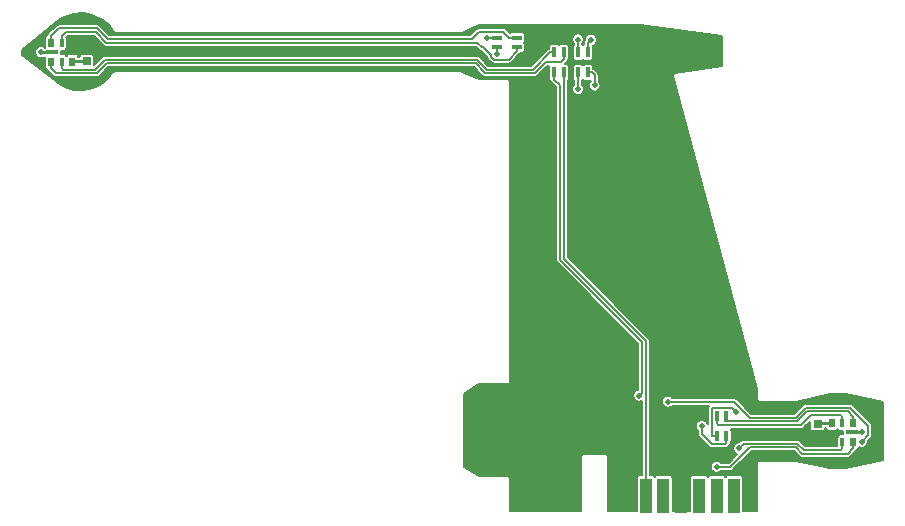
<source format=gbr>
G04 #@! TF.GenerationSoftware,KiCad,Pcbnew,(5.1.5)-3*
G04 #@! TF.CreationDate,2021-03-08T22:08:54-05:00*
G04 #@! TF.ProjectId,Wing,57696e67-2e6b-4696-9361-645f70636258,rev?*
G04 #@! TF.SameCoordinates,Original*
G04 #@! TF.FileFunction,Copper,L1,Top*
G04 #@! TF.FilePolarity,Positive*
%FSLAX46Y46*%
G04 Gerber Fmt 4.6, Leading zero omitted, Abs format (unit mm)*
G04 Created by KiCad (PCBNEW (5.1.5)-3) date 2021-03-08 22:08:54*
%MOMM*%
%LPD*%
G04 APERTURE LIST*
%ADD10R,0.750000X0.800000*%
%ADD11C,0.800000*%
%ADD12R,1.000000X3.000000*%
%ADD13R,1.000000X0.300000*%
%ADD14R,0.300000X0.800000*%
%ADD15R,0.500000X0.800000*%
%ADD16R,0.400000X0.900000*%
%ADD17R,0.900000X0.400000*%
%ADD18C,0.500000*%
%ADD19C,0.250000*%
%ADD20C,0.150000*%
%ADD21C,0.127000*%
G04 APERTURE END LIST*
D10*
X169747649Y-93440452D03*
X169747649Y-91940452D03*
X107877649Y-59780452D03*
X107877649Y-61280452D03*
D11*
X155200000Y-99050000D03*
X156700000Y-99050000D03*
D12*
X155200000Y-98050000D03*
X156700000Y-98050000D03*
X159700000Y-98050000D03*
D11*
X158200000Y-99050000D03*
D12*
X158200000Y-98050000D03*
D11*
X159700000Y-99050000D03*
D12*
X161200000Y-98050000D03*
X162700000Y-98050000D03*
D11*
X161200000Y-99050000D03*
X162700000Y-99050000D03*
D13*
X106582649Y-60505452D03*
X104922649Y-60505452D03*
D14*
X105752649Y-61305452D03*
D15*
X104852649Y-61305452D03*
X106652649Y-61305452D03*
D14*
X105752649Y-59705452D03*
D15*
X104852649Y-59705452D03*
X106652649Y-59705452D03*
D13*
X171017649Y-92690452D03*
X172677649Y-92690452D03*
D14*
X171847649Y-91890452D03*
D15*
X172747649Y-91890452D03*
X170947649Y-91890452D03*
D14*
X171847649Y-93490452D03*
D15*
X172747649Y-93490452D03*
X170947649Y-93490452D03*
D16*
X147457649Y-60510452D03*
X148257649Y-60510452D03*
X148257649Y-62210452D03*
X147457649Y-62210452D03*
D17*
X142577649Y-60070452D03*
X142577649Y-59270452D03*
X144277649Y-59270452D03*
X144277649Y-60070452D03*
D16*
X150287649Y-62210452D03*
X149487649Y-62210452D03*
X149487649Y-60510452D03*
X150287649Y-60510452D03*
X161197649Y-92990452D03*
X161997649Y-92990452D03*
X161997649Y-91290452D03*
X161197649Y-91290452D03*
D18*
X169747649Y-93440452D03*
X107877649Y-59760452D03*
X107867649Y-61270452D03*
X169747649Y-91940452D03*
X173497649Y-92690452D03*
X103997649Y-60500452D03*
X149457649Y-59420452D03*
X150547649Y-59450452D03*
X159947648Y-92140202D03*
X162822649Y-90965452D03*
X163097649Y-94040452D03*
X161197649Y-95590452D03*
X141767649Y-59260452D03*
X142567649Y-60640452D03*
X150867649Y-63310452D03*
X173477649Y-93490452D03*
X157067649Y-90080452D03*
X149467649Y-63620452D03*
X154617649Y-89570452D03*
D19*
X106582649Y-59775452D02*
X106652649Y-59705452D01*
X106582649Y-60505452D02*
X106582649Y-59775452D01*
X107802649Y-59705452D02*
X107877649Y-59780452D01*
X106652649Y-59705452D02*
X107802649Y-59705452D01*
X169797649Y-91890452D02*
X169772649Y-91915452D01*
X170947649Y-91890452D02*
X169797649Y-91890452D01*
X169772649Y-91915452D02*
X169747649Y-91940452D01*
X172677649Y-92690452D02*
X173497649Y-92690452D01*
X106677649Y-61280452D02*
X106652649Y-61305452D01*
X107877649Y-61280452D02*
X106677649Y-61280452D01*
X104917649Y-60500452D02*
X104922649Y-60505452D01*
X104002649Y-60505452D02*
X103997649Y-60500452D01*
X104922649Y-60505452D02*
X104002649Y-60505452D01*
D20*
X105877650Y-61980453D02*
X108587648Y-61980453D01*
X105752649Y-61305452D02*
X105752649Y-61855452D01*
X105752649Y-61855452D02*
X105877650Y-61980453D01*
X108587648Y-61980453D02*
X109427649Y-61140452D01*
X109427649Y-61140452D02*
X140921927Y-61140452D01*
X140921927Y-61140452D02*
X141741927Y-61960452D01*
X147107649Y-60510452D02*
X147457649Y-60510452D01*
X145657649Y-61960452D02*
X147107649Y-60510452D01*
X141741927Y-61960452D02*
X145657649Y-61960452D01*
X148257649Y-61110452D02*
X148257649Y-60510452D01*
X145781918Y-62260461D02*
X146731927Y-61310452D01*
X104852649Y-61305452D02*
X104852649Y-61855452D01*
X140797659Y-61440462D02*
X141617659Y-62260462D01*
X104852649Y-61855452D02*
X105277659Y-62280462D01*
X141617659Y-62260462D02*
X145781918Y-62260461D01*
X109551917Y-61440462D02*
X140797659Y-61440462D01*
X148057649Y-61310452D02*
X148257649Y-61110452D01*
X146731927Y-61310452D02*
X148057649Y-61310452D01*
X105277659Y-62280462D02*
X108711917Y-62280462D01*
X108711917Y-62280462D02*
X109551917Y-61440462D01*
X105752649Y-59155452D02*
X105752649Y-59705452D01*
X142092648Y-60868453D02*
X142092648Y-60765451D01*
X143582648Y-61115453D02*
X142339648Y-61115453D01*
X142339648Y-61115453D02*
X142092648Y-60868453D01*
X108623381Y-58780462D02*
X106127639Y-58780462D01*
X144277649Y-60420452D02*
X143582648Y-61115453D01*
X141337649Y-60080452D02*
X140937649Y-59680452D01*
X144277649Y-60070452D02*
X144277649Y-60420452D01*
X106127639Y-58780462D02*
X105752649Y-59155452D01*
X142092648Y-60765451D02*
X141407649Y-60080452D01*
X140017649Y-59680452D02*
X109523381Y-59680462D01*
X109523381Y-59680462D02*
X108623381Y-58780462D01*
X141407649Y-60080452D02*
X141337649Y-60080452D01*
X140937649Y-59680452D02*
X140017649Y-59680452D01*
X108747649Y-58480452D02*
X105527649Y-58480452D01*
X104852649Y-59155452D02*
X104852649Y-59705452D01*
X105527649Y-58480452D02*
X104852649Y-59155452D01*
X109647649Y-59380452D02*
X108747649Y-58480452D01*
X140477649Y-59380452D02*
X109647649Y-59380452D01*
X143147650Y-58785451D02*
X143632651Y-59270452D01*
X143632651Y-59270452D02*
X144277649Y-59270452D01*
X140477649Y-59380452D02*
X141072650Y-58785451D01*
X141072650Y-58785451D02*
X143147650Y-58785451D01*
X149487649Y-59450452D02*
X149457649Y-59420452D01*
X149487649Y-60510452D02*
X149487649Y-59450452D01*
X150287649Y-59710452D02*
X150547649Y-59450452D01*
X150287649Y-60510452D02*
X150287649Y-59710452D01*
X160817648Y-93665453D02*
X161922648Y-93665453D01*
X161922648Y-93665453D02*
X161997649Y-93590452D01*
X159947648Y-92795453D02*
X160817648Y-93665453D01*
X161997649Y-93590452D02*
X161997649Y-92990452D01*
X159947648Y-92140202D02*
X159947648Y-92795453D01*
X160847649Y-92990452D02*
X161197649Y-92990452D01*
X160772648Y-90660451D02*
X160772648Y-92915451D01*
X160817648Y-90615451D02*
X160772648Y-90660451D01*
X162472648Y-90615451D02*
X160817648Y-90615451D01*
X160772648Y-92915451D02*
X160847649Y-92990452D01*
X162822649Y-90965452D02*
X162472648Y-90615451D01*
X171847649Y-94040452D02*
X171847649Y-93490452D01*
X163497648Y-93640453D02*
X168027650Y-93640453D01*
X168027650Y-93640453D02*
X168577649Y-94190452D01*
X171697649Y-94190452D02*
X171847649Y-94040452D01*
X163097649Y-94040452D02*
X163497648Y-93640453D01*
X168577649Y-94190452D02*
X171697649Y-94190452D01*
D19*
X161200000Y-95592803D02*
X161197649Y-95590452D01*
D20*
X162372649Y-95590452D02*
X164022639Y-93940462D01*
X161197649Y-95590452D02*
X162372649Y-95590452D01*
X164022639Y-93940462D02*
X167903381Y-93940462D01*
X172747649Y-94040452D02*
X172747649Y-93490452D01*
X172297639Y-94490462D02*
X172747649Y-94040452D01*
X168453381Y-94490462D02*
X172297639Y-94490462D01*
X167903381Y-93940462D02*
X168453381Y-94490462D01*
X142577649Y-59270452D02*
X141777649Y-59270452D01*
X141777649Y-59270452D02*
X141767649Y-59260452D01*
X142577649Y-60070452D02*
X142577649Y-60630452D01*
X142577649Y-60630452D02*
X142567649Y-60640452D01*
X150637649Y-62210452D02*
X150287649Y-62210452D01*
X150867649Y-62440452D02*
X150637649Y-62210452D01*
X150867649Y-63310452D02*
X150867649Y-62440452D01*
X174022650Y-92110451D02*
X172527631Y-90615432D01*
X172527631Y-90615432D02*
X168728391Y-90615432D01*
X173477649Y-93490452D02*
X174022650Y-92945451D01*
X174022650Y-92945451D02*
X174022650Y-92110451D01*
X168728391Y-90615432D02*
X167903383Y-91440440D01*
X162640651Y-90080452D02*
X157421202Y-90080452D01*
X164000639Y-91440440D02*
X162640651Y-90080452D01*
X157421202Y-90080452D02*
X157067649Y-90080452D01*
X167903383Y-91440440D02*
X164000639Y-91440440D01*
X149467649Y-62230452D02*
X149487649Y-62210452D01*
X149467649Y-63620452D02*
X149467649Y-62230452D01*
X171722648Y-91215451D02*
X171847649Y-91340452D01*
X169202648Y-91215451D02*
X171722648Y-91215451D01*
X168377639Y-92040460D02*
X169202648Y-91215451D01*
X161347657Y-92040460D02*
X168377639Y-92040460D01*
X161197649Y-91890452D02*
X161347657Y-92040460D01*
X171847649Y-91340452D02*
X171847649Y-91890452D01*
X161197649Y-91290452D02*
X161197649Y-91890452D01*
X161907649Y-91740450D02*
X161907649Y-91380452D01*
X172747649Y-91890452D02*
X172747649Y-91340452D01*
X172747649Y-91340452D02*
X172322638Y-90915441D01*
X168852660Y-90915441D02*
X168027651Y-91740450D01*
X161907649Y-91380452D02*
X161997649Y-91290452D01*
X172322638Y-90915441D02*
X168852660Y-90915441D01*
X168027651Y-91740450D02*
X161907649Y-91740450D01*
D19*
X155200000Y-98050000D02*
X155200000Y-99050000D01*
D20*
X148257649Y-62210452D02*
X148257649Y-77990452D01*
X155200000Y-84932803D02*
X155200000Y-99050000D01*
X148257649Y-77990452D02*
X155200000Y-84932803D01*
X147457649Y-62810452D02*
X147457649Y-62210452D01*
X147957639Y-63310442D02*
X147457649Y-62810452D01*
X147957640Y-78114721D02*
X147957639Y-63310442D01*
X154867648Y-89320453D02*
X154897648Y-89320453D01*
X154899990Y-89318111D02*
X154899990Y-85057071D01*
X154617649Y-89570452D02*
X154867648Y-89320453D01*
X154897648Y-89320453D02*
X154899990Y-89318111D01*
X154899990Y-85057071D02*
X147957640Y-78114721D01*
D21*
G36*
X108065006Y-57296386D02*
G01*
X108671742Y-57496553D01*
X109228042Y-57810754D01*
X109712722Y-58227028D01*
X110113259Y-58737084D01*
X110136089Y-58773571D01*
X110142626Y-58785794D01*
X110169562Y-58818602D01*
X110202382Y-58845526D01*
X110239823Y-58865529D01*
X110280448Y-58877842D01*
X110312114Y-58880955D01*
X139573521Y-58874858D01*
X139589668Y-58875613D01*
X139605199Y-58873271D01*
X139620812Y-58871730D01*
X139626138Y-58870113D01*
X139631643Y-58869283D01*
X139646405Y-58863961D01*
X139661432Y-58859399D01*
X139675684Y-58851777D01*
X141062299Y-58191875D01*
X142020728Y-58191875D01*
X142020872Y-58191889D01*
X142031285Y-58191875D01*
X142041740Y-58191875D01*
X142041885Y-58191861D01*
X150388996Y-58180638D01*
X154741842Y-58180638D01*
X161660177Y-59099654D01*
X161660173Y-61690749D01*
X157715737Y-62214711D01*
X157712283Y-62214599D01*
X157694751Y-62217499D01*
X157687643Y-62218443D01*
X157684289Y-62219229D01*
X157670403Y-62221526D01*
X157663668Y-62224063D01*
X157656663Y-62225705D01*
X157643847Y-62231530D01*
X157630678Y-62236490D01*
X157624573Y-62240288D01*
X157618017Y-62243268D01*
X157606579Y-62251485D01*
X157594636Y-62258916D01*
X157589386Y-62263836D01*
X157583541Y-62268035D01*
X157573931Y-62278320D01*
X157563662Y-62287943D01*
X157559473Y-62293792D01*
X157554559Y-62299051D01*
X157547139Y-62311015D01*
X157538946Y-62322455D01*
X157535978Y-62329011D01*
X157532185Y-62335126D01*
X157527243Y-62348303D01*
X157521437Y-62361126D01*
X157519805Y-62368135D01*
X157517278Y-62374872D01*
X157515002Y-62388758D01*
X157511809Y-62402469D01*
X157511576Y-62409663D01*
X157510412Y-62416762D01*
X157510889Y-62430825D01*
X157510432Y-62444896D01*
X157511606Y-62451996D01*
X157511850Y-62459187D01*
X157515062Y-62472888D01*
X157515624Y-62476288D01*
X157517484Y-62483223D01*
X157521538Y-62500516D01*
X157522966Y-62503658D01*
X164636270Y-89021209D01*
X164631019Y-89863093D01*
X164629911Y-89874339D01*
X164631927Y-89894815D01*
X164633812Y-89915258D01*
X164634004Y-89915907D01*
X164634071Y-89916583D01*
X164640060Y-89936328D01*
X164645881Y-89955956D01*
X164646195Y-89956552D01*
X164646393Y-89957205D01*
X164656130Y-89975422D01*
X164665658Y-89993517D01*
X164666083Y-89994042D01*
X164666404Y-89994642D01*
X164679475Y-90010569D01*
X164692383Y-90026499D01*
X164692904Y-90026932D01*
X164693334Y-90027456D01*
X164709199Y-90040476D01*
X164725028Y-90053633D01*
X164725625Y-90053957D01*
X164726148Y-90054386D01*
X164744200Y-90064035D01*
X164762339Y-90073877D01*
X164762990Y-90074079D01*
X164763585Y-90074397D01*
X164783179Y-90080341D01*
X164802884Y-90086452D01*
X164803560Y-90086523D01*
X164804207Y-90086719D01*
X164824606Y-90088728D01*
X164845102Y-90090876D01*
X164856360Y-90089838D01*
X167841590Y-90089841D01*
X167853473Y-90090866D01*
X167873243Y-90088677D01*
X167893096Y-90086722D01*
X167904518Y-90083257D01*
X170780194Y-89474967D01*
X172122858Y-89474967D01*
X175318521Y-90132484D01*
X175318517Y-95041824D01*
X172122858Y-95699338D01*
X170768334Y-95699338D01*
X167904598Y-95091071D01*
X167893095Y-95087582D01*
X167873395Y-95085642D01*
X167853652Y-95083439D01*
X167841665Y-95084463D01*
X164835540Y-95084461D01*
X164825468Y-95083422D01*
X164814396Y-95084461D01*
X164813890Y-95084461D01*
X164803690Y-95085466D01*
X164783205Y-95087388D01*
X164782728Y-95087530D01*
X164782224Y-95087580D01*
X164762255Y-95093637D01*
X164742527Y-95099522D01*
X164742086Y-95099755D01*
X164741602Y-95099902D01*
X164723197Y-95109740D01*
X164704998Y-95119360D01*
X164704611Y-95119675D01*
X164704165Y-95119913D01*
X164688042Y-95133145D01*
X164672060Y-95146138D01*
X164671741Y-95146523D01*
X164671351Y-95146843D01*
X164658187Y-95162884D01*
X164644978Y-95178827D01*
X164644739Y-95179270D01*
X164644421Y-95179657D01*
X164634660Y-95197918D01*
X164624795Y-95216171D01*
X164624647Y-95216650D01*
X164624410Y-95217094D01*
X164618395Y-95236923D01*
X164612285Y-95256736D01*
X164612233Y-95257237D01*
X164612088Y-95257716D01*
X164610061Y-95278299D01*
X164609020Y-95288387D01*
X164609018Y-95288888D01*
X164607927Y-95299961D01*
X164608920Y-95310044D01*
X164590367Y-99324959D01*
X163464774Y-99324958D01*
X163464774Y-96550000D01*
X163459686Y-96498345D01*
X163444619Y-96448675D01*
X163420152Y-96402899D01*
X163387223Y-96362777D01*
X163347101Y-96329848D01*
X163301325Y-96305381D01*
X163251655Y-96290314D01*
X163200000Y-96285226D01*
X162200000Y-96285226D01*
X162148345Y-96290314D01*
X162098675Y-96305381D01*
X162052899Y-96329848D01*
X162012777Y-96362777D01*
X161979848Y-96402899D01*
X161955381Y-96448675D01*
X161950000Y-96466414D01*
X161944619Y-96448675D01*
X161920152Y-96402899D01*
X161887223Y-96362777D01*
X161847101Y-96329848D01*
X161801325Y-96305381D01*
X161751655Y-96290314D01*
X161700000Y-96285226D01*
X160700000Y-96285226D01*
X160648345Y-96290314D01*
X160598675Y-96305381D01*
X160552899Y-96329848D01*
X160512777Y-96362777D01*
X160479848Y-96402899D01*
X160455381Y-96448675D01*
X160450000Y-96466414D01*
X160444619Y-96448675D01*
X160420152Y-96402899D01*
X160387223Y-96362777D01*
X160347101Y-96329848D01*
X160301325Y-96305381D01*
X160251655Y-96290314D01*
X160200000Y-96285226D01*
X159200000Y-96285226D01*
X159148345Y-96290314D01*
X159098675Y-96305381D01*
X159052899Y-96329848D01*
X159012777Y-96362777D01*
X158979848Y-96402899D01*
X158955381Y-96448675D01*
X158940314Y-96498345D01*
X158935226Y-96550000D01*
X158935226Y-99324957D01*
X157464774Y-99324956D01*
X157464774Y-96550000D01*
X157459686Y-96498345D01*
X157444619Y-96448675D01*
X157420152Y-96402899D01*
X157387223Y-96362777D01*
X157347101Y-96329848D01*
X157301325Y-96305381D01*
X157251655Y-96290314D01*
X157200000Y-96285226D01*
X156200000Y-96285226D01*
X156148345Y-96290314D01*
X156098675Y-96305381D01*
X156052899Y-96329848D01*
X156012777Y-96362777D01*
X155979848Y-96402899D01*
X155955381Y-96448675D01*
X155950000Y-96466414D01*
X155944619Y-96448675D01*
X155920152Y-96402899D01*
X155887223Y-96362777D01*
X155847101Y-96329848D01*
X155801325Y-96305381D01*
X155751655Y-96290314D01*
X155700000Y-96285226D01*
X155538500Y-96285226D01*
X155538500Y-90029877D01*
X156554149Y-90029877D01*
X156554149Y-90131027D01*
X156573882Y-90230235D01*
X156612591Y-90323686D01*
X156668787Y-90407789D01*
X156740312Y-90479314D01*
X156824415Y-90535510D01*
X156917866Y-90574219D01*
X157017074Y-90593952D01*
X157118224Y-90593952D01*
X157217432Y-90574219D01*
X157310883Y-90535510D01*
X157394986Y-90479314D01*
X157455348Y-90418952D01*
X160533338Y-90418952D01*
X160532135Y-90419939D01*
X160489834Y-90471482D01*
X160482456Y-90485286D01*
X160458402Y-90530287D01*
X160444747Y-90575305D01*
X160439047Y-90594095D01*
X160434148Y-90643832D01*
X160434148Y-90643839D01*
X160432512Y-90660451D01*
X160434148Y-90677063D01*
X160434149Y-91972876D01*
X160402706Y-91896968D01*
X160346510Y-91812865D01*
X160274985Y-91741340D01*
X160190882Y-91685144D01*
X160097431Y-91646435D01*
X159998223Y-91626702D01*
X159897073Y-91626702D01*
X159797865Y-91646435D01*
X159704414Y-91685144D01*
X159620311Y-91741340D01*
X159548786Y-91812865D01*
X159492590Y-91896968D01*
X159453881Y-91990419D01*
X159434148Y-92089627D01*
X159434148Y-92190777D01*
X159453881Y-92289985D01*
X159492590Y-92383436D01*
X159548786Y-92467539D01*
X159609149Y-92527902D01*
X159609149Y-92778831D01*
X159607512Y-92795453D01*
X159614047Y-92861810D01*
X159633402Y-92925617D01*
X159655251Y-92966492D01*
X159664835Y-92984423D01*
X159707136Y-93035966D01*
X159720047Y-93046562D01*
X160566539Y-93893055D01*
X160577135Y-93905966D01*
X160628678Y-93948267D01*
X160676922Y-93974054D01*
X160687483Y-93979699D01*
X160751290Y-93999054D01*
X160757039Y-93999620D01*
X160801028Y-94003953D01*
X160801036Y-94003953D01*
X160817648Y-94005589D01*
X160834260Y-94003953D01*
X161906036Y-94003953D01*
X161922648Y-94005589D01*
X161939260Y-94003953D01*
X161939268Y-94003953D01*
X161989005Y-93999054D01*
X162052813Y-93979699D01*
X162111618Y-93948267D01*
X162163161Y-93905966D01*
X162173761Y-93893050D01*
X162225250Y-93841561D01*
X162238161Y-93830965D01*
X162280463Y-93779422D01*
X162311895Y-93720617D01*
X162327264Y-93669950D01*
X162344750Y-93660604D01*
X162384872Y-93627675D01*
X162417801Y-93587553D01*
X162442268Y-93541777D01*
X162457335Y-93492107D01*
X162462423Y-93440452D01*
X162462423Y-92540452D01*
X162457335Y-92488797D01*
X162442268Y-92439127D01*
X162417801Y-92393351D01*
X162405990Y-92378960D01*
X168361027Y-92378960D01*
X168377639Y-92380596D01*
X168394251Y-92378960D01*
X168394259Y-92378960D01*
X168443996Y-92374061D01*
X168507804Y-92354706D01*
X168566609Y-92323274D01*
X168618152Y-92280973D01*
X168628752Y-92268057D01*
X169107875Y-91788935D01*
X169107875Y-92340452D01*
X169112963Y-92392107D01*
X169128030Y-92441777D01*
X169152497Y-92487553D01*
X169185426Y-92527675D01*
X169225548Y-92560604D01*
X169271324Y-92585071D01*
X169320994Y-92600138D01*
X169372649Y-92605226D01*
X170122649Y-92605226D01*
X170174304Y-92600138D01*
X170223974Y-92585071D01*
X170269750Y-92560604D01*
X170309872Y-92527675D01*
X170342801Y-92487553D01*
X170367268Y-92441777D01*
X170382335Y-92392107D01*
X170387423Y-92340452D01*
X170387423Y-92278952D01*
X170432875Y-92278952D01*
X170432875Y-92290452D01*
X170437963Y-92342107D01*
X170453030Y-92391777D01*
X170477497Y-92437553D01*
X170510426Y-92477675D01*
X170550548Y-92510604D01*
X170596324Y-92535071D01*
X170645994Y-92550138D01*
X170697649Y-92555226D01*
X171197649Y-92555226D01*
X171249304Y-92550138D01*
X171298974Y-92535071D01*
X171344750Y-92510604D01*
X171384872Y-92477675D01*
X171417801Y-92437553D01*
X171442268Y-92391777D01*
X171447649Y-92374038D01*
X171453030Y-92391777D01*
X171477497Y-92437553D01*
X171510426Y-92477675D01*
X171550548Y-92510604D01*
X171596324Y-92535071D01*
X171645994Y-92550138D01*
X171697649Y-92555226D01*
X171912875Y-92555226D01*
X171912875Y-92825678D01*
X171697649Y-92825678D01*
X171645994Y-92830766D01*
X171596324Y-92845833D01*
X171550548Y-92870300D01*
X171510426Y-92903229D01*
X171477497Y-92943351D01*
X171453030Y-92989127D01*
X171437963Y-93038797D01*
X171432875Y-93090452D01*
X171432875Y-93851952D01*
X168717860Y-93851952D01*
X168278763Y-93412856D01*
X168268163Y-93399940D01*
X168216620Y-93357639D01*
X168157815Y-93326207D01*
X168094007Y-93306852D01*
X168044270Y-93301953D01*
X168044262Y-93301953D01*
X168027650Y-93300317D01*
X168011038Y-93301953D01*
X163514259Y-93301953D01*
X163497647Y-93300317D01*
X163481035Y-93301953D01*
X163481028Y-93301953D01*
X163437584Y-93306232D01*
X163431290Y-93306852D01*
X163374584Y-93324053D01*
X163367483Y-93326207D01*
X163308678Y-93357639D01*
X163257135Y-93399940D01*
X163246539Y-93412851D01*
X163132438Y-93526952D01*
X163047074Y-93526952D01*
X162947866Y-93546685D01*
X162854415Y-93585394D01*
X162770312Y-93641590D01*
X162698787Y-93713115D01*
X162642591Y-93797218D01*
X162603882Y-93890669D01*
X162584149Y-93989877D01*
X162584149Y-94091027D01*
X162603882Y-94190235D01*
X162642591Y-94283686D01*
X162698787Y-94367789D01*
X162770312Y-94439314D01*
X162854415Y-94495510D01*
X162947866Y-94534219D01*
X162949789Y-94534601D01*
X162232439Y-95251952D01*
X161585348Y-95251952D01*
X161524986Y-95191590D01*
X161440883Y-95135394D01*
X161347432Y-95096685D01*
X161248224Y-95076952D01*
X161147074Y-95076952D01*
X161047866Y-95096685D01*
X160954415Y-95135394D01*
X160870312Y-95191590D01*
X160798787Y-95263115D01*
X160742591Y-95347218D01*
X160703882Y-95440669D01*
X160684149Y-95539877D01*
X160684149Y-95641027D01*
X160703882Y-95740235D01*
X160742591Y-95833686D01*
X160798787Y-95917789D01*
X160870312Y-95989314D01*
X160954415Y-96045510D01*
X161047866Y-96084219D01*
X161147074Y-96103952D01*
X161248224Y-96103952D01*
X161347432Y-96084219D01*
X161440883Y-96045510D01*
X161524986Y-95989314D01*
X161585348Y-95928952D01*
X162356037Y-95928952D01*
X162372649Y-95930588D01*
X162389261Y-95928952D01*
X162389269Y-95928952D01*
X162439006Y-95924053D01*
X162502814Y-95904698D01*
X162561619Y-95873266D01*
X162613162Y-95830965D01*
X162623762Y-95818049D01*
X164162850Y-94278962D01*
X167763171Y-94278962D01*
X168202272Y-94718064D01*
X168212868Y-94730975D01*
X168264411Y-94773276D01*
X168323216Y-94804708D01*
X168357322Y-94815053D01*
X168387022Y-94824063D01*
X168398520Y-94825195D01*
X168436761Y-94828962D01*
X168436768Y-94828962D01*
X168453380Y-94830598D01*
X168469992Y-94828962D01*
X172281027Y-94828962D01*
X172297639Y-94830598D01*
X172314251Y-94828962D01*
X172314259Y-94828962D01*
X172363996Y-94824063D01*
X172427804Y-94804708D01*
X172486609Y-94773276D01*
X172538152Y-94730975D01*
X172548752Y-94718059D01*
X172975255Y-94291556D01*
X172988161Y-94280965D01*
X172998757Y-94268055D01*
X173013616Y-94249949D01*
X173030463Y-94229422D01*
X173061895Y-94170617D01*
X173070012Y-94143856D01*
X173098974Y-94135071D01*
X173144750Y-94110604D01*
X173184872Y-94077675D01*
X173217801Y-94037553D01*
X173242268Y-93991777D01*
X173253860Y-93953564D01*
X173327866Y-93984219D01*
X173427074Y-94003952D01*
X173528224Y-94003952D01*
X173627432Y-93984219D01*
X173720883Y-93945510D01*
X173804986Y-93889314D01*
X173876511Y-93817789D01*
X173932707Y-93733686D01*
X173971416Y-93640235D01*
X173991149Y-93541027D01*
X173991149Y-93455663D01*
X174250256Y-93196555D01*
X174263162Y-93185964D01*
X174281915Y-93163115D01*
X174287783Y-93155964D01*
X174305464Y-93134421D01*
X174336896Y-93075616D01*
X174345996Y-93045615D01*
X174356251Y-93011809D01*
X174356817Y-93006060D01*
X174361150Y-92962071D01*
X174361150Y-92962063D01*
X174362786Y-92945451D01*
X174361150Y-92928839D01*
X174361150Y-92127062D01*
X174362786Y-92110450D01*
X174361150Y-92093838D01*
X174361150Y-92093831D01*
X174356251Y-92044094D01*
X174355149Y-92040459D01*
X174347914Y-92016610D01*
X174336896Y-91980286D01*
X174305464Y-91921481D01*
X174263163Y-91869938D01*
X174250252Y-91859342D01*
X172778744Y-90387835D01*
X172768144Y-90374919D01*
X172716601Y-90332618D01*
X172657796Y-90301186D01*
X172593988Y-90281831D01*
X172544251Y-90276932D01*
X172544243Y-90276932D01*
X172527631Y-90275296D01*
X172511019Y-90276932D01*
X168745014Y-90276932D01*
X168728391Y-90275295D01*
X168662033Y-90281830D01*
X168598226Y-90301186D01*
X168539421Y-90332618D01*
X168516271Y-90351617D01*
X168500787Y-90364324D01*
X168500783Y-90364328D01*
X168487878Y-90374919D01*
X168477286Y-90387825D01*
X167763173Y-91101940D01*
X164140850Y-91101940D01*
X162891764Y-89852855D01*
X162881164Y-89839939D01*
X162829621Y-89797638D01*
X162770816Y-89766206D01*
X162707008Y-89746851D01*
X162657271Y-89741952D01*
X162657263Y-89741952D01*
X162640651Y-89740316D01*
X162624039Y-89741952D01*
X157455348Y-89741952D01*
X157394986Y-89681590D01*
X157310883Y-89625394D01*
X157217432Y-89586685D01*
X157118224Y-89566952D01*
X157017074Y-89566952D01*
X156917866Y-89586685D01*
X156824415Y-89625394D01*
X156740312Y-89681590D01*
X156668787Y-89753115D01*
X156612591Y-89837218D01*
X156573882Y-89930669D01*
X156554149Y-90029877D01*
X155538500Y-90029877D01*
X155538500Y-84949415D01*
X155540136Y-84932803D01*
X155538500Y-84916191D01*
X155538500Y-84916183D01*
X155533601Y-84866446D01*
X155514246Y-84802638D01*
X155482814Y-84743833D01*
X155440512Y-84692290D01*
X155427607Y-84681699D01*
X148596149Y-77850242D01*
X148596149Y-63569877D01*
X148954149Y-63569877D01*
X148954149Y-63671027D01*
X148973882Y-63770235D01*
X149012591Y-63863686D01*
X149068787Y-63947789D01*
X149140312Y-64019314D01*
X149224415Y-64075510D01*
X149317866Y-64114219D01*
X149417074Y-64133952D01*
X149518224Y-64133952D01*
X149617432Y-64114219D01*
X149710883Y-64075510D01*
X149794986Y-64019314D01*
X149866511Y-63947789D01*
X149922707Y-63863686D01*
X149961416Y-63770235D01*
X149981149Y-63671027D01*
X149981149Y-63569877D01*
X149961416Y-63470669D01*
X149922707Y-63377218D01*
X149866511Y-63293115D01*
X149806149Y-63232753D01*
X149806149Y-62895891D01*
X149834750Y-62880604D01*
X149874872Y-62847675D01*
X149887649Y-62832107D01*
X149900426Y-62847675D01*
X149940548Y-62880604D01*
X149986324Y-62905071D01*
X150035994Y-62920138D01*
X150087649Y-62925226D01*
X150487649Y-62925226D01*
X150529149Y-62921138D01*
X150529149Y-62922753D01*
X150468787Y-62983115D01*
X150412591Y-63067218D01*
X150373882Y-63160669D01*
X150354149Y-63259877D01*
X150354149Y-63361027D01*
X150373882Y-63460235D01*
X150412591Y-63553686D01*
X150468787Y-63637789D01*
X150540312Y-63709314D01*
X150624415Y-63765510D01*
X150717866Y-63804219D01*
X150817074Y-63823952D01*
X150918224Y-63823952D01*
X151017432Y-63804219D01*
X151110883Y-63765510D01*
X151194986Y-63709314D01*
X151266511Y-63637789D01*
X151322707Y-63553686D01*
X151361416Y-63460235D01*
X151381149Y-63361027D01*
X151381149Y-63259877D01*
X151361416Y-63160669D01*
X151322707Y-63067218D01*
X151266511Y-62983115D01*
X151206149Y-62922753D01*
X151206149Y-62457063D01*
X151207785Y-62440451D01*
X151206149Y-62423839D01*
X151206149Y-62423832D01*
X151201250Y-62374095D01*
X151200722Y-62372352D01*
X151187908Y-62330110D01*
X151181895Y-62310287D01*
X151150463Y-62251482D01*
X151108162Y-62199939D01*
X151095251Y-62189343D01*
X150888762Y-61982855D01*
X150878162Y-61969939D01*
X150826619Y-61927638D01*
X150767814Y-61896206D01*
X150752423Y-61891537D01*
X150752423Y-61760452D01*
X150747335Y-61708797D01*
X150732268Y-61659127D01*
X150707801Y-61613351D01*
X150674872Y-61573229D01*
X150634750Y-61540300D01*
X150588974Y-61515833D01*
X150539304Y-61500766D01*
X150487649Y-61495678D01*
X150087649Y-61495678D01*
X150035994Y-61500766D01*
X149986324Y-61515833D01*
X149940548Y-61540300D01*
X149900426Y-61573229D01*
X149887649Y-61588797D01*
X149874872Y-61573229D01*
X149834750Y-61540300D01*
X149788974Y-61515833D01*
X149739304Y-61500766D01*
X149687649Y-61495678D01*
X149287649Y-61495678D01*
X149235994Y-61500766D01*
X149186324Y-61515833D01*
X149140548Y-61540300D01*
X149100426Y-61573229D01*
X149067497Y-61613351D01*
X149043030Y-61659127D01*
X149027963Y-61708797D01*
X149022875Y-61760452D01*
X149022875Y-62660452D01*
X149027963Y-62712107D01*
X149043030Y-62761777D01*
X149067497Y-62807553D01*
X149100426Y-62847675D01*
X149129150Y-62871249D01*
X149129149Y-63232753D01*
X149068787Y-63293115D01*
X149012591Y-63377218D01*
X148973882Y-63470669D01*
X148954149Y-63569877D01*
X148596149Y-63569877D01*
X148596149Y-62885201D01*
X148604750Y-62880604D01*
X148644872Y-62847675D01*
X148677801Y-62807553D01*
X148702268Y-62761777D01*
X148717335Y-62712107D01*
X148722423Y-62660452D01*
X148722423Y-61760452D01*
X148717335Y-61708797D01*
X148702268Y-61659127D01*
X148677801Y-61613351D01*
X148644872Y-61573229D01*
X148604750Y-61540300D01*
X148558974Y-61515833D01*
X148509304Y-61500766D01*
X148457649Y-61495678D01*
X148351133Y-61495678D01*
X148485250Y-61361561D01*
X148498161Y-61350965D01*
X148540463Y-61299422D01*
X148571895Y-61240617D01*
X148582913Y-61204293D01*
X148587264Y-61189950D01*
X148604750Y-61180604D01*
X148644872Y-61147675D01*
X148677801Y-61107553D01*
X148702268Y-61061777D01*
X148717335Y-61012107D01*
X148722423Y-60960452D01*
X148722423Y-60060452D01*
X148717335Y-60008797D01*
X148702268Y-59959127D01*
X148677801Y-59913351D01*
X148644872Y-59873229D01*
X148604750Y-59840300D01*
X148558974Y-59815833D01*
X148509304Y-59800766D01*
X148457649Y-59795678D01*
X148057649Y-59795678D01*
X148005994Y-59800766D01*
X147956324Y-59815833D01*
X147910548Y-59840300D01*
X147870426Y-59873229D01*
X147857649Y-59888797D01*
X147844872Y-59873229D01*
X147804750Y-59840300D01*
X147758974Y-59815833D01*
X147709304Y-59800766D01*
X147657649Y-59795678D01*
X147257649Y-59795678D01*
X147205994Y-59800766D01*
X147156324Y-59815833D01*
X147110548Y-59840300D01*
X147070426Y-59873229D01*
X147037497Y-59913351D01*
X147013030Y-59959127D01*
X146997963Y-60008797D01*
X146992875Y-60060452D01*
X146992875Y-60191537D01*
X146977484Y-60196206D01*
X146918679Y-60227638D01*
X146867136Y-60269939D01*
X146856540Y-60282850D01*
X145517439Y-61621952D01*
X141882138Y-61621952D01*
X141173040Y-60912855D01*
X141162440Y-60899939D01*
X141110897Y-60857638D01*
X141052092Y-60826206D01*
X140988284Y-60806851D01*
X140938547Y-60801952D01*
X140938539Y-60801952D01*
X140921927Y-60800316D01*
X140905315Y-60801952D01*
X109444261Y-60801952D01*
X109427649Y-60800316D01*
X109411037Y-60801952D01*
X109411029Y-60801952D01*
X109367040Y-60806285D01*
X109361291Y-60806851D01*
X109334631Y-60814938D01*
X109297484Y-60826206D01*
X109238679Y-60857638D01*
X109187136Y-60899939D01*
X109176540Y-60912850D01*
X108517423Y-61571968D01*
X108517423Y-60880452D01*
X108512335Y-60828797D01*
X108497268Y-60779127D01*
X108472801Y-60733351D01*
X108439872Y-60693229D01*
X108399750Y-60660300D01*
X108353974Y-60635833D01*
X108304304Y-60620766D01*
X108252649Y-60615678D01*
X107502649Y-60615678D01*
X107450994Y-60620766D01*
X107401324Y-60635833D01*
X107355548Y-60660300D01*
X107315426Y-60693229D01*
X107282497Y-60733351D01*
X107258030Y-60779127D01*
X107242963Y-60828797D01*
X107237875Y-60880452D01*
X107237875Y-60891952D01*
X107166093Y-60891952D01*
X107162335Y-60853797D01*
X107147268Y-60804127D01*
X107122801Y-60758351D01*
X107089872Y-60718229D01*
X107049750Y-60685300D01*
X107003974Y-60660833D01*
X106954304Y-60645766D01*
X106902649Y-60640678D01*
X106402649Y-60640678D01*
X106350994Y-60645766D01*
X106301324Y-60660833D01*
X106255548Y-60685300D01*
X106215426Y-60718229D01*
X106182497Y-60758351D01*
X106158030Y-60804127D01*
X106152649Y-60821866D01*
X106147268Y-60804127D01*
X106122801Y-60758351D01*
X106089872Y-60718229D01*
X106049750Y-60685300D01*
X106003974Y-60660833D01*
X105954304Y-60645766D01*
X105902649Y-60640678D01*
X105687423Y-60640678D01*
X105687423Y-60370226D01*
X105902649Y-60370226D01*
X105954304Y-60365138D01*
X106003974Y-60350071D01*
X106049750Y-60325604D01*
X106089872Y-60292675D01*
X106122801Y-60252553D01*
X106147268Y-60206777D01*
X106162335Y-60157107D01*
X106167423Y-60105452D01*
X106167423Y-59305452D01*
X106162335Y-59253797D01*
X106155511Y-59231301D01*
X106267850Y-59118962D01*
X108483171Y-59118962D01*
X109272278Y-59908070D01*
X109282869Y-59920975D01*
X109295774Y-59931566D01*
X109295777Y-59931569D01*
X109311191Y-59944219D01*
X109334412Y-59963276D01*
X109393217Y-59994708D01*
X109418313Y-60002320D01*
X109457023Y-60014063D01*
X109469611Y-60015303D01*
X109506762Y-60018962D01*
X109506768Y-60018962D01*
X109523380Y-60020598D01*
X109539992Y-60018962D01*
X140001019Y-60018951D01*
X140001029Y-60018952D01*
X140797439Y-60018952D01*
X141086540Y-60308054D01*
X141097136Y-60320965D01*
X141148679Y-60363266D01*
X141207484Y-60394698D01*
X141241590Y-60405043D01*
X141258730Y-60410243D01*
X141756398Y-60907911D01*
X141757568Y-60919789D01*
X141759047Y-60934810D01*
X141769051Y-60967789D01*
X141778402Y-60998617D01*
X141809834Y-61057422D01*
X141852135Y-61108965D01*
X141865047Y-61119562D01*
X142088539Y-61343055D01*
X142099135Y-61355966D01*
X142150678Y-61398267D01*
X142197448Y-61423266D01*
X142209483Y-61429699D01*
X142273290Y-61449054D01*
X142279039Y-61449620D01*
X142323028Y-61453953D01*
X142323036Y-61453953D01*
X142339648Y-61455589D01*
X142356260Y-61453953D01*
X143566036Y-61453953D01*
X143582648Y-61455589D01*
X143599260Y-61453953D01*
X143599268Y-61453953D01*
X143649005Y-61449054D01*
X143712813Y-61429699D01*
X143771618Y-61398267D01*
X143823161Y-61355966D01*
X143833761Y-61343050D01*
X144505251Y-60671561D01*
X144518162Y-60660965D01*
X144560463Y-60609422D01*
X144591895Y-60550617D01*
X144596564Y-60535226D01*
X144727649Y-60535226D01*
X144779304Y-60530138D01*
X144828974Y-60515071D01*
X144874750Y-60490604D01*
X144914872Y-60457675D01*
X144947801Y-60417553D01*
X144972268Y-60371777D01*
X144987335Y-60322107D01*
X144992423Y-60270452D01*
X144992423Y-59870452D01*
X144987335Y-59818797D01*
X144972268Y-59769127D01*
X144947801Y-59723351D01*
X144914872Y-59683229D01*
X144899304Y-59670452D01*
X144914872Y-59657675D01*
X144947801Y-59617553D01*
X144972268Y-59571777D01*
X144987335Y-59522107D01*
X144992423Y-59470452D01*
X144992423Y-59369877D01*
X148944149Y-59369877D01*
X148944149Y-59471027D01*
X148963882Y-59570235D01*
X149002591Y-59663686D01*
X149058787Y-59747789D01*
X149130312Y-59819314D01*
X149149150Y-59831901D01*
X149149150Y-59835702D01*
X149140548Y-59840300D01*
X149100426Y-59873229D01*
X149067497Y-59913351D01*
X149043030Y-59959127D01*
X149027963Y-60008797D01*
X149022875Y-60060452D01*
X149022875Y-60960452D01*
X149027963Y-61012107D01*
X149043030Y-61061777D01*
X149067497Y-61107553D01*
X149100426Y-61147675D01*
X149140548Y-61180604D01*
X149186324Y-61205071D01*
X149235994Y-61220138D01*
X149287649Y-61225226D01*
X149687649Y-61225226D01*
X149739304Y-61220138D01*
X149788974Y-61205071D01*
X149834750Y-61180604D01*
X149874872Y-61147675D01*
X149887649Y-61132107D01*
X149900426Y-61147675D01*
X149940548Y-61180604D01*
X149986324Y-61205071D01*
X150035994Y-61220138D01*
X150087649Y-61225226D01*
X150487649Y-61225226D01*
X150539304Y-61220138D01*
X150588974Y-61205071D01*
X150634750Y-61180604D01*
X150674872Y-61147675D01*
X150707801Y-61107553D01*
X150732268Y-61061777D01*
X150747335Y-61012107D01*
X150752423Y-60960452D01*
X150752423Y-60060452D01*
X150747335Y-60008797D01*
X150732268Y-59959127D01*
X150719430Y-59935107D01*
X150790883Y-59905510D01*
X150874986Y-59849314D01*
X150946511Y-59777789D01*
X151002707Y-59693686D01*
X151041416Y-59600235D01*
X151061149Y-59501027D01*
X151061149Y-59399877D01*
X151041416Y-59300669D01*
X151002707Y-59207218D01*
X150946511Y-59123115D01*
X150874986Y-59051590D01*
X150790883Y-58995394D01*
X150697432Y-58956685D01*
X150598224Y-58936952D01*
X150497074Y-58936952D01*
X150397866Y-58956685D01*
X150304415Y-58995394D01*
X150220312Y-59051590D01*
X150148787Y-59123115D01*
X150092591Y-59207218D01*
X150053882Y-59300669D01*
X150034149Y-59399877D01*
X150034149Y-59485765D01*
X150029448Y-59491493D01*
X150004836Y-59521482D01*
X149973403Y-59580288D01*
X149954048Y-59644095D01*
X149947513Y-59710452D01*
X149949150Y-59727074D01*
X149949150Y-59835702D01*
X149940548Y-59840300D01*
X149900426Y-59873229D01*
X149887649Y-59888797D01*
X149874872Y-59873229D01*
X149834750Y-59840300D01*
X149826149Y-59835703D01*
X149826149Y-59778151D01*
X149856511Y-59747789D01*
X149912707Y-59663686D01*
X149951416Y-59570235D01*
X149971149Y-59471027D01*
X149971149Y-59369877D01*
X149951416Y-59270669D01*
X149912707Y-59177218D01*
X149856511Y-59093115D01*
X149784986Y-59021590D01*
X149700883Y-58965394D01*
X149607432Y-58926685D01*
X149508224Y-58906952D01*
X149407074Y-58906952D01*
X149307866Y-58926685D01*
X149214415Y-58965394D01*
X149130312Y-59021590D01*
X149058787Y-59093115D01*
X149002591Y-59177218D01*
X148963882Y-59270669D01*
X148944149Y-59369877D01*
X144992423Y-59369877D01*
X144992423Y-59070452D01*
X144987335Y-59018797D01*
X144972268Y-58969127D01*
X144947801Y-58923351D01*
X144914872Y-58883229D01*
X144874750Y-58850300D01*
X144828974Y-58825833D01*
X144779304Y-58810766D01*
X144727649Y-58805678D01*
X143827649Y-58805678D01*
X143775994Y-58810766D01*
X143726324Y-58825833D01*
X143687496Y-58846586D01*
X143398763Y-58557854D01*
X143388163Y-58544938D01*
X143336620Y-58502637D01*
X143277815Y-58471205D01*
X143214007Y-58451850D01*
X143164270Y-58446951D01*
X143164262Y-58446951D01*
X143147650Y-58445315D01*
X143131038Y-58446951D01*
X141089261Y-58446951D01*
X141072649Y-58445315D01*
X141056037Y-58446951D01*
X141056030Y-58446951D01*
X141017789Y-58450718D01*
X141006291Y-58451850D01*
X140976591Y-58460860D01*
X140942485Y-58471205D01*
X140883680Y-58502637D01*
X140832137Y-58544938D01*
X140821541Y-58557849D01*
X140337439Y-59041952D01*
X109787860Y-59041952D01*
X108998762Y-58252855D01*
X108988162Y-58239939D01*
X108936619Y-58197638D01*
X108877814Y-58166206D01*
X108814006Y-58146851D01*
X108764269Y-58141952D01*
X108764261Y-58141952D01*
X108747649Y-58140316D01*
X108731037Y-58141952D01*
X105544260Y-58141952D01*
X105527648Y-58140316D01*
X105511036Y-58141952D01*
X105511029Y-58141952D01*
X105467585Y-58146231D01*
X105461291Y-58146851D01*
X105442530Y-58152542D01*
X105397484Y-58166206D01*
X105338679Y-58197638D01*
X105287136Y-58239939D01*
X105276540Y-58252850D01*
X104625048Y-58904343D01*
X104612136Y-58914940D01*
X104569835Y-58966483D01*
X104546925Y-59009345D01*
X104538403Y-59025288D01*
X104530286Y-59052048D01*
X104501324Y-59060833D01*
X104455548Y-59085300D01*
X104415426Y-59118229D01*
X104382497Y-59158351D01*
X104358030Y-59204127D01*
X104342963Y-59253797D01*
X104337875Y-59305452D01*
X104337875Y-60105452D01*
X104337909Y-60105802D01*
X104331225Y-60107829D01*
X104324986Y-60101590D01*
X104240883Y-60045394D01*
X104147432Y-60006685D01*
X104048224Y-59986952D01*
X103947074Y-59986952D01*
X103847866Y-60006685D01*
X103754415Y-60045394D01*
X103670312Y-60101590D01*
X103598787Y-60173115D01*
X103542591Y-60257218D01*
X103503882Y-60350669D01*
X103484149Y-60449877D01*
X103484149Y-60551027D01*
X103503882Y-60650235D01*
X103542591Y-60743686D01*
X103598787Y-60827789D01*
X103670312Y-60899314D01*
X103754415Y-60955510D01*
X103847866Y-60994219D01*
X103947074Y-61013952D01*
X104048224Y-61013952D01*
X104147432Y-60994219D01*
X104240883Y-60955510D01*
X104323063Y-60900599D01*
X104337909Y-60905102D01*
X104337875Y-60905452D01*
X104337875Y-61705452D01*
X104342963Y-61757107D01*
X104358030Y-61806777D01*
X104382497Y-61852553D01*
X104415426Y-61892675D01*
X104455548Y-61925604D01*
X104501324Y-61950071D01*
X104530286Y-61958856D01*
X104538403Y-61985616D01*
X104563534Y-62032632D01*
X104569836Y-62044422D01*
X104612137Y-62095965D01*
X104625048Y-62106561D01*
X105026550Y-62508064D01*
X105037146Y-62520975D01*
X105088689Y-62563276D01*
X105146284Y-62594061D01*
X105147494Y-62594708D01*
X105211301Y-62614063D01*
X105217050Y-62614629D01*
X105261039Y-62618962D01*
X105261047Y-62618962D01*
X105277659Y-62620598D01*
X105294271Y-62618962D01*
X108695305Y-62618962D01*
X108711917Y-62620598D01*
X108728529Y-62618962D01*
X108728537Y-62618962D01*
X108778274Y-62614063D01*
X108842082Y-62594708D01*
X108900887Y-62563276D01*
X108952430Y-62520975D01*
X108963030Y-62508059D01*
X109692128Y-61778962D01*
X140657449Y-61778962D01*
X141366556Y-62488070D01*
X141377147Y-62500975D01*
X141390052Y-62511566D01*
X141390055Y-62511569D01*
X141405405Y-62524166D01*
X141428690Y-62543276D01*
X141487495Y-62574708D01*
X141512591Y-62582320D01*
X141551301Y-62594063D01*
X141563889Y-62595303D01*
X141601040Y-62598962D01*
X141601046Y-62598962D01*
X141617658Y-62600598D01*
X141634271Y-62598962D01*
X145765296Y-62598960D01*
X145781918Y-62600597D01*
X145848275Y-62594062D01*
X145912082Y-62574707D01*
X145970888Y-62543274D01*
X145990346Y-62527305D01*
X146022431Y-62500973D01*
X146033027Y-62488062D01*
X146872139Y-61648952D01*
X147018468Y-61648952D01*
X147013030Y-61659127D01*
X146997963Y-61708797D01*
X146992875Y-61760452D01*
X146992875Y-62660452D01*
X146997963Y-62712107D01*
X147013030Y-62761777D01*
X147037497Y-62807553D01*
X147070426Y-62847675D01*
X147110548Y-62880604D01*
X147128034Y-62889950D01*
X147131721Y-62902104D01*
X147143403Y-62940616D01*
X147174835Y-62999421D01*
X147217136Y-63050964D01*
X147230048Y-63061561D01*
X147619139Y-63450654D01*
X147619141Y-78098099D01*
X147617504Y-78114721D01*
X147624039Y-78181078D01*
X147643394Y-78244885D01*
X147643395Y-78244886D01*
X147674827Y-78303691D01*
X147717128Y-78355234D01*
X147730039Y-78365830D01*
X154561491Y-85197284D01*
X154561490Y-89058063D01*
X154467866Y-89076685D01*
X154374415Y-89115394D01*
X154290312Y-89171590D01*
X154218787Y-89243115D01*
X154162591Y-89327218D01*
X154123882Y-89420669D01*
X154104149Y-89519877D01*
X154104149Y-89621027D01*
X154123882Y-89720235D01*
X154162591Y-89813686D01*
X154218787Y-89897789D01*
X154290312Y-89969314D01*
X154374415Y-90025510D01*
X154467866Y-90064219D01*
X154567074Y-90083952D01*
X154668224Y-90083952D01*
X154767432Y-90064219D01*
X154860883Y-90025510D01*
X154861500Y-90025097D01*
X154861501Y-96285226D01*
X154700000Y-96285226D01*
X154648345Y-96290314D01*
X154598675Y-96305381D01*
X154552899Y-96329848D01*
X154512777Y-96362777D01*
X154479848Y-96402899D01*
X154455381Y-96448675D01*
X154440314Y-96498345D01*
X154435226Y-96550000D01*
X154435226Y-99324955D01*
X151982743Y-99324954D01*
X151982746Y-94726362D01*
X151983787Y-94715793D01*
X151982746Y-94705222D01*
X151982746Y-94705215D01*
X151979627Y-94673549D01*
X151967305Y-94632927D01*
X151947294Y-94595490D01*
X151920364Y-94562676D01*
X151887550Y-94535746D01*
X151850113Y-94515735D01*
X151809491Y-94503413D01*
X151767246Y-94499252D01*
X151756665Y-94500294D01*
X149977815Y-94500292D01*
X149967246Y-94499251D01*
X149956675Y-94500292D01*
X149956668Y-94500292D01*
X149925002Y-94503411D01*
X149884380Y-94515733D01*
X149846943Y-94535744D01*
X149814129Y-94562674D01*
X149787199Y-94595488D01*
X149767188Y-94632925D01*
X149754866Y-94673547D01*
X149750705Y-94715792D01*
X149751747Y-94726373D01*
X149751744Y-99324954D01*
X143713148Y-99324952D01*
X143713150Y-96625632D01*
X143714191Y-96615063D01*
X143713150Y-96604492D01*
X143713150Y-96604485D01*
X143710031Y-96572819D01*
X143697709Y-96532197D01*
X143677698Y-96494760D01*
X143650768Y-96461946D01*
X143617954Y-96435016D01*
X143580517Y-96415005D01*
X143539895Y-96402683D01*
X143497650Y-96398522D01*
X143487069Y-96399564D01*
X141090583Y-96399562D01*
X139794014Y-95630614D01*
X139794016Y-89412197D01*
X141093812Y-88591770D01*
X143487084Y-88591770D01*
X143497653Y-88592811D01*
X143508224Y-88591770D01*
X143508232Y-88591770D01*
X143539898Y-88588651D01*
X143580520Y-88576329D01*
X143617957Y-88556318D01*
X143650771Y-88529388D01*
X143677701Y-88496574D01*
X143697712Y-88459137D01*
X143710034Y-88418515D01*
X143714195Y-88376270D01*
X143713152Y-88365681D01*
X143713161Y-63023550D01*
X143714202Y-63012981D01*
X143713161Y-63002410D01*
X143713161Y-63002403D01*
X143710042Y-62970737D01*
X143697720Y-62930115D01*
X143677709Y-62892678D01*
X143650779Y-62859864D01*
X143617965Y-62832934D01*
X143580528Y-62812923D01*
X143539906Y-62800601D01*
X143497661Y-62796440D01*
X143487080Y-62797482D01*
X141062298Y-62797480D01*
X139675723Y-62137576D01*
X139661513Y-62129969D01*
X139646448Y-62125389D01*
X139631644Y-62120052D01*
X139626181Y-62119228D01*
X139620898Y-62117622D01*
X139605244Y-62116070D01*
X139589669Y-62113721D01*
X139573567Y-62114473D01*
X110256433Y-62096306D01*
X110224765Y-62099405D01*
X110184135Y-62111702D01*
X110146686Y-62131690D01*
X110113855Y-62158600D01*
X110086905Y-62191397D01*
X110085503Y-62194015D01*
X109696446Y-62694879D01*
X109219701Y-63108735D01*
X108671646Y-63422112D01*
X108073165Y-63623068D01*
X107447045Y-63703951D01*
X106817146Y-63661682D01*
X106207073Y-63497766D01*
X105662462Y-63231701D01*
X102416082Y-60699158D01*
X102416082Y-60288117D01*
X105607894Y-57717625D01*
X106177587Y-57433066D01*
X106793716Y-57264027D01*
X107430948Y-57217881D01*
X108065006Y-57296386D01*
G37*
X108065006Y-57296386D02*
X108671742Y-57496553D01*
X109228042Y-57810754D01*
X109712722Y-58227028D01*
X110113259Y-58737084D01*
X110136089Y-58773571D01*
X110142626Y-58785794D01*
X110169562Y-58818602D01*
X110202382Y-58845526D01*
X110239823Y-58865529D01*
X110280448Y-58877842D01*
X110312114Y-58880955D01*
X139573521Y-58874858D01*
X139589668Y-58875613D01*
X139605199Y-58873271D01*
X139620812Y-58871730D01*
X139626138Y-58870113D01*
X139631643Y-58869283D01*
X139646405Y-58863961D01*
X139661432Y-58859399D01*
X139675684Y-58851777D01*
X141062299Y-58191875D01*
X142020728Y-58191875D01*
X142020872Y-58191889D01*
X142031285Y-58191875D01*
X142041740Y-58191875D01*
X142041885Y-58191861D01*
X150388996Y-58180638D01*
X154741842Y-58180638D01*
X161660177Y-59099654D01*
X161660173Y-61690749D01*
X157715737Y-62214711D01*
X157712283Y-62214599D01*
X157694751Y-62217499D01*
X157687643Y-62218443D01*
X157684289Y-62219229D01*
X157670403Y-62221526D01*
X157663668Y-62224063D01*
X157656663Y-62225705D01*
X157643847Y-62231530D01*
X157630678Y-62236490D01*
X157624573Y-62240288D01*
X157618017Y-62243268D01*
X157606579Y-62251485D01*
X157594636Y-62258916D01*
X157589386Y-62263836D01*
X157583541Y-62268035D01*
X157573931Y-62278320D01*
X157563662Y-62287943D01*
X157559473Y-62293792D01*
X157554559Y-62299051D01*
X157547139Y-62311015D01*
X157538946Y-62322455D01*
X157535978Y-62329011D01*
X157532185Y-62335126D01*
X157527243Y-62348303D01*
X157521437Y-62361126D01*
X157519805Y-62368135D01*
X157517278Y-62374872D01*
X157515002Y-62388758D01*
X157511809Y-62402469D01*
X157511576Y-62409663D01*
X157510412Y-62416762D01*
X157510889Y-62430825D01*
X157510432Y-62444896D01*
X157511606Y-62451996D01*
X157511850Y-62459187D01*
X157515062Y-62472888D01*
X157515624Y-62476288D01*
X157517484Y-62483223D01*
X157521538Y-62500516D01*
X157522966Y-62503658D01*
X164636270Y-89021209D01*
X164631019Y-89863093D01*
X164629911Y-89874339D01*
X164631927Y-89894815D01*
X164633812Y-89915258D01*
X164634004Y-89915907D01*
X164634071Y-89916583D01*
X164640060Y-89936328D01*
X164645881Y-89955956D01*
X164646195Y-89956552D01*
X164646393Y-89957205D01*
X164656130Y-89975422D01*
X164665658Y-89993517D01*
X164666083Y-89994042D01*
X164666404Y-89994642D01*
X164679475Y-90010569D01*
X164692383Y-90026499D01*
X164692904Y-90026932D01*
X164693334Y-90027456D01*
X164709199Y-90040476D01*
X164725028Y-90053633D01*
X164725625Y-90053957D01*
X164726148Y-90054386D01*
X164744200Y-90064035D01*
X164762339Y-90073877D01*
X164762990Y-90074079D01*
X164763585Y-90074397D01*
X164783179Y-90080341D01*
X164802884Y-90086452D01*
X164803560Y-90086523D01*
X164804207Y-90086719D01*
X164824606Y-90088728D01*
X164845102Y-90090876D01*
X164856360Y-90089838D01*
X167841590Y-90089841D01*
X167853473Y-90090866D01*
X167873243Y-90088677D01*
X167893096Y-90086722D01*
X167904518Y-90083257D01*
X170780194Y-89474967D01*
X172122858Y-89474967D01*
X175318521Y-90132484D01*
X175318517Y-95041824D01*
X172122858Y-95699338D01*
X170768334Y-95699338D01*
X167904598Y-95091071D01*
X167893095Y-95087582D01*
X167873395Y-95085642D01*
X167853652Y-95083439D01*
X167841665Y-95084463D01*
X164835540Y-95084461D01*
X164825468Y-95083422D01*
X164814396Y-95084461D01*
X164813890Y-95084461D01*
X164803690Y-95085466D01*
X164783205Y-95087388D01*
X164782728Y-95087530D01*
X164782224Y-95087580D01*
X164762255Y-95093637D01*
X164742527Y-95099522D01*
X164742086Y-95099755D01*
X164741602Y-95099902D01*
X164723197Y-95109740D01*
X164704998Y-95119360D01*
X164704611Y-95119675D01*
X164704165Y-95119913D01*
X164688042Y-95133145D01*
X164672060Y-95146138D01*
X164671741Y-95146523D01*
X164671351Y-95146843D01*
X164658187Y-95162884D01*
X164644978Y-95178827D01*
X164644739Y-95179270D01*
X164644421Y-95179657D01*
X164634660Y-95197918D01*
X164624795Y-95216171D01*
X164624647Y-95216650D01*
X164624410Y-95217094D01*
X164618395Y-95236923D01*
X164612285Y-95256736D01*
X164612233Y-95257237D01*
X164612088Y-95257716D01*
X164610061Y-95278299D01*
X164609020Y-95288387D01*
X164609018Y-95288888D01*
X164607927Y-95299961D01*
X164608920Y-95310044D01*
X164590367Y-99324959D01*
X163464774Y-99324958D01*
X163464774Y-96550000D01*
X163459686Y-96498345D01*
X163444619Y-96448675D01*
X163420152Y-96402899D01*
X163387223Y-96362777D01*
X163347101Y-96329848D01*
X163301325Y-96305381D01*
X163251655Y-96290314D01*
X163200000Y-96285226D01*
X162200000Y-96285226D01*
X162148345Y-96290314D01*
X162098675Y-96305381D01*
X162052899Y-96329848D01*
X162012777Y-96362777D01*
X161979848Y-96402899D01*
X161955381Y-96448675D01*
X161950000Y-96466414D01*
X161944619Y-96448675D01*
X161920152Y-96402899D01*
X161887223Y-96362777D01*
X161847101Y-96329848D01*
X161801325Y-96305381D01*
X161751655Y-96290314D01*
X161700000Y-96285226D01*
X160700000Y-96285226D01*
X160648345Y-96290314D01*
X160598675Y-96305381D01*
X160552899Y-96329848D01*
X160512777Y-96362777D01*
X160479848Y-96402899D01*
X160455381Y-96448675D01*
X160450000Y-96466414D01*
X160444619Y-96448675D01*
X160420152Y-96402899D01*
X160387223Y-96362777D01*
X160347101Y-96329848D01*
X160301325Y-96305381D01*
X160251655Y-96290314D01*
X160200000Y-96285226D01*
X159200000Y-96285226D01*
X159148345Y-96290314D01*
X159098675Y-96305381D01*
X159052899Y-96329848D01*
X159012777Y-96362777D01*
X158979848Y-96402899D01*
X158955381Y-96448675D01*
X158940314Y-96498345D01*
X158935226Y-96550000D01*
X158935226Y-99324957D01*
X157464774Y-99324956D01*
X157464774Y-96550000D01*
X157459686Y-96498345D01*
X157444619Y-96448675D01*
X157420152Y-96402899D01*
X157387223Y-96362777D01*
X157347101Y-96329848D01*
X157301325Y-96305381D01*
X157251655Y-96290314D01*
X157200000Y-96285226D01*
X156200000Y-96285226D01*
X156148345Y-96290314D01*
X156098675Y-96305381D01*
X156052899Y-96329848D01*
X156012777Y-96362777D01*
X155979848Y-96402899D01*
X155955381Y-96448675D01*
X155950000Y-96466414D01*
X155944619Y-96448675D01*
X155920152Y-96402899D01*
X155887223Y-96362777D01*
X155847101Y-96329848D01*
X155801325Y-96305381D01*
X155751655Y-96290314D01*
X155700000Y-96285226D01*
X155538500Y-96285226D01*
X155538500Y-90029877D01*
X156554149Y-90029877D01*
X156554149Y-90131027D01*
X156573882Y-90230235D01*
X156612591Y-90323686D01*
X156668787Y-90407789D01*
X156740312Y-90479314D01*
X156824415Y-90535510D01*
X156917866Y-90574219D01*
X157017074Y-90593952D01*
X157118224Y-90593952D01*
X157217432Y-90574219D01*
X157310883Y-90535510D01*
X157394986Y-90479314D01*
X157455348Y-90418952D01*
X160533338Y-90418952D01*
X160532135Y-90419939D01*
X160489834Y-90471482D01*
X160482456Y-90485286D01*
X160458402Y-90530287D01*
X160444747Y-90575305D01*
X160439047Y-90594095D01*
X160434148Y-90643832D01*
X160434148Y-90643839D01*
X160432512Y-90660451D01*
X160434148Y-90677063D01*
X160434149Y-91972876D01*
X160402706Y-91896968D01*
X160346510Y-91812865D01*
X160274985Y-91741340D01*
X160190882Y-91685144D01*
X160097431Y-91646435D01*
X159998223Y-91626702D01*
X159897073Y-91626702D01*
X159797865Y-91646435D01*
X159704414Y-91685144D01*
X159620311Y-91741340D01*
X159548786Y-91812865D01*
X159492590Y-91896968D01*
X159453881Y-91990419D01*
X159434148Y-92089627D01*
X159434148Y-92190777D01*
X159453881Y-92289985D01*
X159492590Y-92383436D01*
X159548786Y-92467539D01*
X159609149Y-92527902D01*
X159609149Y-92778831D01*
X159607512Y-92795453D01*
X159614047Y-92861810D01*
X159633402Y-92925617D01*
X159655251Y-92966492D01*
X159664835Y-92984423D01*
X159707136Y-93035966D01*
X159720047Y-93046562D01*
X160566539Y-93893055D01*
X160577135Y-93905966D01*
X160628678Y-93948267D01*
X160676922Y-93974054D01*
X160687483Y-93979699D01*
X160751290Y-93999054D01*
X160757039Y-93999620D01*
X160801028Y-94003953D01*
X160801036Y-94003953D01*
X160817648Y-94005589D01*
X160834260Y-94003953D01*
X161906036Y-94003953D01*
X161922648Y-94005589D01*
X161939260Y-94003953D01*
X161939268Y-94003953D01*
X161989005Y-93999054D01*
X162052813Y-93979699D01*
X162111618Y-93948267D01*
X162163161Y-93905966D01*
X162173761Y-93893050D01*
X162225250Y-93841561D01*
X162238161Y-93830965D01*
X162280463Y-93779422D01*
X162311895Y-93720617D01*
X162327264Y-93669950D01*
X162344750Y-93660604D01*
X162384872Y-93627675D01*
X162417801Y-93587553D01*
X162442268Y-93541777D01*
X162457335Y-93492107D01*
X162462423Y-93440452D01*
X162462423Y-92540452D01*
X162457335Y-92488797D01*
X162442268Y-92439127D01*
X162417801Y-92393351D01*
X162405990Y-92378960D01*
X168361027Y-92378960D01*
X168377639Y-92380596D01*
X168394251Y-92378960D01*
X168394259Y-92378960D01*
X168443996Y-92374061D01*
X168507804Y-92354706D01*
X168566609Y-92323274D01*
X168618152Y-92280973D01*
X168628752Y-92268057D01*
X169107875Y-91788935D01*
X169107875Y-92340452D01*
X169112963Y-92392107D01*
X169128030Y-92441777D01*
X169152497Y-92487553D01*
X169185426Y-92527675D01*
X169225548Y-92560604D01*
X169271324Y-92585071D01*
X169320994Y-92600138D01*
X169372649Y-92605226D01*
X170122649Y-92605226D01*
X170174304Y-92600138D01*
X170223974Y-92585071D01*
X170269750Y-92560604D01*
X170309872Y-92527675D01*
X170342801Y-92487553D01*
X170367268Y-92441777D01*
X170382335Y-92392107D01*
X170387423Y-92340452D01*
X170387423Y-92278952D01*
X170432875Y-92278952D01*
X170432875Y-92290452D01*
X170437963Y-92342107D01*
X170453030Y-92391777D01*
X170477497Y-92437553D01*
X170510426Y-92477675D01*
X170550548Y-92510604D01*
X170596324Y-92535071D01*
X170645994Y-92550138D01*
X170697649Y-92555226D01*
X171197649Y-92555226D01*
X171249304Y-92550138D01*
X171298974Y-92535071D01*
X171344750Y-92510604D01*
X171384872Y-92477675D01*
X171417801Y-92437553D01*
X171442268Y-92391777D01*
X171447649Y-92374038D01*
X171453030Y-92391777D01*
X171477497Y-92437553D01*
X171510426Y-92477675D01*
X171550548Y-92510604D01*
X171596324Y-92535071D01*
X171645994Y-92550138D01*
X171697649Y-92555226D01*
X171912875Y-92555226D01*
X171912875Y-92825678D01*
X171697649Y-92825678D01*
X171645994Y-92830766D01*
X171596324Y-92845833D01*
X171550548Y-92870300D01*
X171510426Y-92903229D01*
X171477497Y-92943351D01*
X171453030Y-92989127D01*
X171437963Y-93038797D01*
X171432875Y-93090452D01*
X171432875Y-93851952D01*
X168717860Y-93851952D01*
X168278763Y-93412856D01*
X168268163Y-93399940D01*
X168216620Y-93357639D01*
X168157815Y-93326207D01*
X168094007Y-93306852D01*
X168044270Y-93301953D01*
X168044262Y-93301953D01*
X168027650Y-93300317D01*
X168011038Y-93301953D01*
X163514259Y-93301953D01*
X163497647Y-93300317D01*
X163481035Y-93301953D01*
X163481028Y-93301953D01*
X163437584Y-93306232D01*
X163431290Y-93306852D01*
X163374584Y-93324053D01*
X163367483Y-93326207D01*
X163308678Y-93357639D01*
X163257135Y-93399940D01*
X163246539Y-93412851D01*
X163132438Y-93526952D01*
X163047074Y-93526952D01*
X162947866Y-93546685D01*
X162854415Y-93585394D01*
X162770312Y-93641590D01*
X162698787Y-93713115D01*
X162642591Y-93797218D01*
X162603882Y-93890669D01*
X162584149Y-93989877D01*
X162584149Y-94091027D01*
X162603882Y-94190235D01*
X162642591Y-94283686D01*
X162698787Y-94367789D01*
X162770312Y-94439314D01*
X162854415Y-94495510D01*
X162947866Y-94534219D01*
X162949789Y-94534601D01*
X162232439Y-95251952D01*
X161585348Y-95251952D01*
X161524986Y-95191590D01*
X161440883Y-95135394D01*
X161347432Y-95096685D01*
X161248224Y-95076952D01*
X161147074Y-95076952D01*
X161047866Y-95096685D01*
X160954415Y-95135394D01*
X160870312Y-95191590D01*
X160798787Y-95263115D01*
X160742591Y-95347218D01*
X160703882Y-95440669D01*
X160684149Y-95539877D01*
X160684149Y-95641027D01*
X160703882Y-95740235D01*
X160742591Y-95833686D01*
X160798787Y-95917789D01*
X160870312Y-95989314D01*
X160954415Y-96045510D01*
X161047866Y-96084219D01*
X161147074Y-96103952D01*
X161248224Y-96103952D01*
X161347432Y-96084219D01*
X161440883Y-96045510D01*
X161524986Y-95989314D01*
X161585348Y-95928952D01*
X162356037Y-95928952D01*
X162372649Y-95930588D01*
X162389261Y-95928952D01*
X162389269Y-95928952D01*
X162439006Y-95924053D01*
X162502814Y-95904698D01*
X162561619Y-95873266D01*
X162613162Y-95830965D01*
X162623762Y-95818049D01*
X164162850Y-94278962D01*
X167763171Y-94278962D01*
X168202272Y-94718064D01*
X168212868Y-94730975D01*
X168264411Y-94773276D01*
X168323216Y-94804708D01*
X168357322Y-94815053D01*
X168387022Y-94824063D01*
X168398520Y-94825195D01*
X168436761Y-94828962D01*
X168436768Y-94828962D01*
X168453380Y-94830598D01*
X168469992Y-94828962D01*
X172281027Y-94828962D01*
X172297639Y-94830598D01*
X172314251Y-94828962D01*
X172314259Y-94828962D01*
X172363996Y-94824063D01*
X172427804Y-94804708D01*
X172486609Y-94773276D01*
X172538152Y-94730975D01*
X172548752Y-94718059D01*
X172975255Y-94291556D01*
X172988161Y-94280965D01*
X172998757Y-94268055D01*
X173013616Y-94249949D01*
X173030463Y-94229422D01*
X173061895Y-94170617D01*
X173070012Y-94143856D01*
X173098974Y-94135071D01*
X173144750Y-94110604D01*
X173184872Y-94077675D01*
X173217801Y-94037553D01*
X173242268Y-93991777D01*
X173253860Y-93953564D01*
X173327866Y-93984219D01*
X173427074Y-94003952D01*
X173528224Y-94003952D01*
X173627432Y-93984219D01*
X173720883Y-93945510D01*
X173804986Y-93889314D01*
X173876511Y-93817789D01*
X173932707Y-93733686D01*
X173971416Y-93640235D01*
X173991149Y-93541027D01*
X173991149Y-93455663D01*
X174250256Y-93196555D01*
X174263162Y-93185964D01*
X174281915Y-93163115D01*
X174287783Y-93155964D01*
X174305464Y-93134421D01*
X174336896Y-93075616D01*
X174345996Y-93045615D01*
X174356251Y-93011809D01*
X174356817Y-93006060D01*
X174361150Y-92962071D01*
X174361150Y-92962063D01*
X174362786Y-92945451D01*
X174361150Y-92928839D01*
X174361150Y-92127062D01*
X174362786Y-92110450D01*
X174361150Y-92093838D01*
X174361150Y-92093831D01*
X174356251Y-92044094D01*
X174355149Y-92040459D01*
X174347914Y-92016610D01*
X174336896Y-91980286D01*
X174305464Y-91921481D01*
X174263163Y-91869938D01*
X174250252Y-91859342D01*
X172778744Y-90387835D01*
X172768144Y-90374919D01*
X172716601Y-90332618D01*
X172657796Y-90301186D01*
X172593988Y-90281831D01*
X172544251Y-90276932D01*
X172544243Y-90276932D01*
X172527631Y-90275296D01*
X172511019Y-90276932D01*
X168745014Y-90276932D01*
X168728391Y-90275295D01*
X168662033Y-90281830D01*
X168598226Y-90301186D01*
X168539421Y-90332618D01*
X168516271Y-90351617D01*
X168500787Y-90364324D01*
X168500783Y-90364328D01*
X168487878Y-90374919D01*
X168477286Y-90387825D01*
X167763173Y-91101940D01*
X164140850Y-91101940D01*
X162891764Y-89852855D01*
X162881164Y-89839939D01*
X162829621Y-89797638D01*
X162770816Y-89766206D01*
X162707008Y-89746851D01*
X162657271Y-89741952D01*
X162657263Y-89741952D01*
X162640651Y-89740316D01*
X162624039Y-89741952D01*
X157455348Y-89741952D01*
X157394986Y-89681590D01*
X157310883Y-89625394D01*
X157217432Y-89586685D01*
X157118224Y-89566952D01*
X157017074Y-89566952D01*
X156917866Y-89586685D01*
X156824415Y-89625394D01*
X156740312Y-89681590D01*
X156668787Y-89753115D01*
X156612591Y-89837218D01*
X156573882Y-89930669D01*
X156554149Y-90029877D01*
X155538500Y-90029877D01*
X155538500Y-84949415D01*
X155540136Y-84932803D01*
X155538500Y-84916191D01*
X155538500Y-84916183D01*
X155533601Y-84866446D01*
X155514246Y-84802638D01*
X155482814Y-84743833D01*
X155440512Y-84692290D01*
X155427607Y-84681699D01*
X148596149Y-77850242D01*
X148596149Y-63569877D01*
X148954149Y-63569877D01*
X148954149Y-63671027D01*
X148973882Y-63770235D01*
X149012591Y-63863686D01*
X149068787Y-63947789D01*
X149140312Y-64019314D01*
X149224415Y-64075510D01*
X149317866Y-64114219D01*
X149417074Y-64133952D01*
X149518224Y-64133952D01*
X149617432Y-64114219D01*
X149710883Y-64075510D01*
X149794986Y-64019314D01*
X149866511Y-63947789D01*
X149922707Y-63863686D01*
X149961416Y-63770235D01*
X149981149Y-63671027D01*
X149981149Y-63569877D01*
X149961416Y-63470669D01*
X149922707Y-63377218D01*
X149866511Y-63293115D01*
X149806149Y-63232753D01*
X149806149Y-62895891D01*
X149834750Y-62880604D01*
X149874872Y-62847675D01*
X149887649Y-62832107D01*
X149900426Y-62847675D01*
X149940548Y-62880604D01*
X149986324Y-62905071D01*
X150035994Y-62920138D01*
X150087649Y-62925226D01*
X150487649Y-62925226D01*
X150529149Y-62921138D01*
X150529149Y-62922753D01*
X150468787Y-62983115D01*
X150412591Y-63067218D01*
X150373882Y-63160669D01*
X150354149Y-63259877D01*
X150354149Y-63361027D01*
X150373882Y-63460235D01*
X150412591Y-63553686D01*
X150468787Y-63637789D01*
X150540312Y-63709314D01*
X150624415Y-63765510D01*
X150717866Y-63804219D01*
X150817074Y-63823952D01*
X150918224Y-63823952D01*
X151017432Y-63804219D01*
X151110883Y-63765510D01*
X151194986Y-63709314D01*
X151266511Y-63637789D01*
X151322707Y-63553686D01*
X151361416Y-63460235D01*
X151381149Y-63361027D01*
X151381149Y-63259877D01*
X151361416Y-63160669D01*
X151322707Y-63067218D01*
X151266511Y-62983115D01*
X151206149Y-62922753D01*
X151206149Y-62457063D01*
X151207785Y-62440451D01*
X151206149Y-62423839D01*
X151206149Y-62423832D01*
X151201250Y-62374095D01*
X151200722Y-62372352D01*
X151187908Y-62330110D01*
X151181895Y-62310287D01*
X151150463Y-62251482D01*
X151108162Y-62199939D01*
X151095251Y-62189343D01*
X150888762Y-61982855D01*
X150878162Y-61969939D01*
X150826619Y-61927638D01*
X150767814Y-61896206D01*
X150752423Y-61891537D01*
X150752423Y-61760452D01*
X150747335Y-61708797D01*
X150732268Y-61659127D01*
X150707801Y-61613351D01*
X150674872Y-61573229D01*
X150634750Y-61540300D01*
X150588974Y-61515833D01*
X150539304Y-61500766D01*
X150487649Y-61495678D01*
X150087649Y-61495678D01*
X150035994Y-61500766D01*
X149986324Y-61515833D01*
X149940548Y-61540300D01*
X149900426Y-61573229D01*
X149887649Y-61588797D01*
X149874872Y-61573229D01*
X149834750Y-61540300D01*
X149788974Y-61515833D01*
X149739304Y-61500766D01*
X149687649Y-61495678D01*
X149287649Y-61495678D01*
X149235994Y-61500766D01*
X149186324Y-61515833D01*
X149140548Y-61540300D01*
X149100426Y-61573229D01*
X149067497Y-61613351D01*
X149043030Y-61659127D01*
X149027963Y-61708797D01*
X149022875Y-61760452D01*
X149022875Y-62660452D01*
X149027963Y-62712107D01*
X149043030Y-62761777D01*
X149067497Y-62807553D01*
X149100426Y-62847675D01*
X149129150Y-62871249D01*
X149129149Y-63232753D01*
X149068787Y-63293115D01*
X149012591Y-63377218D01*
X148973882Y-63470669D01*
X148954149Y-63569877D01*
X148596149Y-63569877D01*
X148596149Y-62885201D01*
X148604750Y-62880604D01*
X148644872Y-62847675D01*
X148677801Y-62807553D01*
X148702268Y-62761777D01*
X148717335Y-62712107D01*
X148722423Y-62660452D01*
X148722423Y-61760452D01*
X148717335Y-61708797D01*
X148702268Y-61659127D01*
X148677801Y-61613351D01*
X148644872Y-61573229D01*
X148604750Y-61540300D01*
X148558974Y-61515833D01*
X148509304Y-61500766D01*
X148457649Y-61495678D01*
X148351133Y-61495678D01*
X148485250Y-61361561D01*
X148498161Y-61350965D01*
X148540463Y-61299422D01*
X148571895Y-61240617D01*
X148582913Y-61204293D01*
X148587264Y-61189950D01*
X148604750Y-61180604D01*
X148644872Y-61147675D01*
X148677801Y-61107553D01*
X148702268Y-61061777D01*
X148717335Y-61012107D01*
X148722423Y-60960452D01*
X148722423Y-60060452D01*
X148717335Y-60008797D01*
X148702268Y-59959127D01*
X148677801Y-59913351D01*
X148644872Y-59873229D01*
X148604750Y-59840300D01*
X148558974Y-59815833D01*
X148509304Y-59800766D01*
X148457649Y-59795678D01*
X148057649Y-59795678D01*
X148005994Y-59800766D01*
X147956324Y-59815833D01*
X147910548Y-59840300D01*
X147870426Y-59873229D01*
X147857649Y-59888797D01*
X147844872Y-59873229D01*
X147804750Y-59840300D01*
X147758974Y-59815833D01*
X147709304Y-59800766D01*
X147657649Y-59795678D01*
X147257649Y-59795678D01*
X147205994Y-59800766D01*
X147156324Y-59815833D01*
X147110548Y-59840300D01*
X147070426Y-59873229D01*
X147037497Y-59913351D01*
X147013030Y-59959127D01*
X146997963Y-60008797D01*
X146992875Y-60060452D01*
X146992875Y-60191537D01*
X146977484Y-60196206D01*
X146918679Y-60227638D01*
X146867136Y-60269939D01*
X146856540Y-60282850D01*
X145517439Y-61621952D01*
X141882138Y-61621952D01*
X141173040Y-60912855D01*
X141162440Y-60899939D01*
X141110897Y-60857638D01*
X141052092Y-60826206D01*
X140988284Y-60806851D01*
X140938547Y-60801952D01*
X140938539Y-60801952D01*
X140921927Y-60800316D01*
X140905315Y-60801952D01*
X109444261Y-60801952D01*
X109427649Y-60800316D01*
X109411037Y-60801952D01*
X109411029Y-60801952D01*
X109367040Y-60806285D01*
X109361291Y-60806851D01*
X109334631Y-60814938D01*
X109297484Y-60826206D01*
X109238679Y-60857638D01*
X109187136Y-60899939D01*
X109176540Y-60912850D01*
X108517423Y-61571968D01*
X108517423Y-60880452D01*
X108512335Y-60828797D01*
X108497268Y-60779127D01*
X108472801Y-60733351D01*
X108439872Y-60693229D01*
X108399750Y-60660300D01*
X108353974Y-60635833D01*
X108304304Y-60620766D01*
X108252649Y-60615678D01*
X107502649Y-60615678D01*
X107450994Y-60620766D01*
X107401324Y-60635833D01*
X107355548Y-60660300D01*
X107315426Y-60693229D01*
X107282497Y-60733351D01*
X107258030Y-60779127D01*
X107242963Y-60828797D01*
X107237875Y-60880452D01*
X107237875Y-60891952D01*
X107166093Y-60891952D01*
X107162335Y-60853797D01*
X107147268Y-60804127D01*
X107122801Y-60758351D01*
X107089872Y-60718229D01*
X107049750Y-60685300D01*
X107003974Y-60660833D01*
X106954304Y-60645766D01*
X106902649Y-60640678D01*
X106402649Y-60640678D01*
X106350994Y-60645766D01*
X106301324Y-60660833D01*
X106255548Y-60685300D01*
X106215426Y-60718229D01*
X106182497Y-60758351D01*
X106158030Y-60804127D01*
X106152649Y-60821866D01*
X106147268Y-60804127D01*
X106122801Y-60758351D01*
X106089872Y-60718229D01*
X106049750Y-60685300D01*
X106003974Y-60660833D01*
X105954304Y-60645766D01*
X105902649Y-60640678D01*
X105687423Y-60640678D01*
X105687423Y-60370226D01*
X105902649Y-60370226D01*
X105954304Y-60365138D01*
X106003974Y-60350071D01*
X106049750Y-60325604D01*
X106089872Y-60292675D01*
X106122801Y-60252553D01*
X106147268Y-60206777D01*
X106162335Y-60157107D01*
X106167423Y-60105452D01*
X106167423Y-59305452D01*
X106162335Y-59253797D01*
X106155511Y-59231301D01*
X106267850Y-59118962D01*
X108483171Y-59118962D01*
X109272278Y-59908070D01*
X109282869Y-59920975D01*
X109295774Y-59931566D01*
X109295777Y-59931569D01*
X109311191Y-59944219D01*
X109334412Y-59963276D01*
X109393217Y-59994708D01*
X109418313Y-60002320D01*
X109457023Y-60014063D01*
X109469611Y-60015303D01*
X109506762Y-60018962D01*
X109506768Y-60018962D01*
X109523380Y-60020598D01*
X109539992Y-60018962D01*
X140001019Y-60018951D01*
X140001029Y-60018952D01*
X140797439Y-60018952D01*
X141086540Y-60308054D01*
X141097136Y-60320965D01*
X141148679Y-60363266D01*
X141207484Y-60394698D01*
X141241590Y-60405043D01*
X141258730Y-60410243D01*
X141756398Y-60907911D01*
X141757568Y-60919789D01*
X141759047Y-60934810D01*
X141769051Y-60967789D01*
X141778402Y-60998617D01*
X141809834Y-61057422D01*
X141852135Y-61108965D01*
X141865047Y-61119562D01*
X142088539Y-61343055D01*
X142099135Y-61355966D01*
X142150678Y-61398267D01*
X142197448Y-61423266D01*
X142209483Y-61429699D01*
X142273290Y-61449054D01*
X142279039Y-61449620D01*
X142323028Y-61453953D01*
X142323036Y-61453953D01*
X142339648Y-61455589D01*
X142356260Y-61453953D01*
X143566036Y-61453953D01*
X143582648Y-61455589D01*
X143599260Y-61453953D01*
X143599268Y-61453953D01*
X143649005Y-61449054D01*
X143712813Y-61429699D01*
X143771618Y-61398267D01*
X143823161Y-61355966D01*
X143833761Y-61343050D01*
X144505251Y-60671561D01*
X144518162Y-60660965D01*
X144560463Y-60609422D01*
X144591895Y-60550617D01*
X144596564Y-60535226D01*
X144727649Y-60535226D01*
X144779304Y-60530138D01*
X144828974Y-60515071D01*
X144874750Y-60490604D01*
X144914872Y-60457675D01*
X144947801Y-60417553D01*
X144972268Y-60371777D01*
X144987335Y-60322107D01*
X144992423Y-60270452D01*
X144992423Y-59870452D01*
X144987335Y-59818797D01*
X144972268Y-59769127D01*
X144947801Y-59723351D01*
X144914872Y-59683229D01*
X144899304Y-59670452D01*
X144914872Y-59657675D01*
X144947801Y-59617553D01*
X144972268Y-59571777D01*
X144987335Y-59522107D01*
X144992423Y-59470452D01*
X144992423Y-59369877D01*
X148944149Y-59369877D01*
X148944149Y-59471027D01*
X148963882Y-59570235D01*
X149002591Y-59663686D01*
X149058787Y-59747789D01*
X149130312Y-59819314D01*
X149149150Y-59831901D01*
X149149150Y-59835702D01*
X149140548Y-59840300D01*
X149100426Y-59873229D01*
X149067497Y-59913351D01*
X149043030Y-59959127D01*
X149027963Y-60008797D01*
X149022875Y-60060452D01*
X149022875Y-60960452D01*
X149027963Y-61012107D01*
X149043030Y-61061777D01*
X149067497Y-61107553D01*
X149100426Y-61147675D01*
X149140548Y-61180604D01*
X149186324Y-61205071D01*
X149235994Y-61220138D01*
X149287649Y-61225226D01*
X149687649Y-61225226D01*
X149739304Y-61220138D01*
X149788974Y-61205071D01*
X149834750Y-61180604D01*
X149874872Y-61147675D01*
X149887649Y-61132107D01*
X149900426Y-61147675D01*
X149940548Y-61180604D01*
X149986324Y-61205071D01*
X150035994Y-61220138D01*
X150087649Y-61225226D01*
X150487649Y-61225226D01*
X150539304Y-61220138D01*
X150588974Y-61205071D01*
X150634750Y-61180604D01*
X150674872Y-61147675D01*
X150707801Y-61107553D01*
X150732268Y-61061777D01*
X150747335Y-61012107D01*
X150752423Y-60960452D01*
X150752423Y-60060452D01*
X150747335Y-60008797D01*
X150732268Y-59959127D01*
X150719430Y-59935107D01*
X150790883Y-59905510D01*
X150874986Y-59849314D01*
X150946511Y-59777789D01*
X151002707Y-59693686D01*
X151041416Y-59600235D01*
X151061149Y-59501027D01*
X151061149Y-59399877D01*
X151041416Y-59300669D01*
X151002707Y-59207218D01*
X150946511Y-59123115D01*
X150874986Y-59051590D01*
X150790883Y-58995394D01*
X150697432Y-58956685D01*
X150598224Y-58936952D01*
X150497074Y-58936952D01*
X150397866Y-58956685D01*
X150304415Y-58995394D01*
X150220312Y-59051590D01*
X150148787Y-59123115D01*
X150092591Y-59207218D01*
X150053882Y-59300669D01*
X150034149Y-59399877D01*
X150034149Y-59485765D01*
X150029448Y-59491493D01*
X150004836Y-59521482D01*
X149973403Y-59580288D01*
X149954048Y-59644095D01*
X149947513Y-59710452D01*
X149949150Y-59727074D01*
X149949150Y-59835702D01*
X149940548Y-59840300D01*
X149900426Y-59873229D01*
X149887649Y-59888797D01*
X149874872Y-59873229D01*
X149834750Y-59840300D01*
X149826149Y-59835703D01*
X149826149Y-59778151D01*
X149856511Y-59747789D01*
X149912707Y-59663686D01*
X149951416Y-59570235D01*
X149971149Y-59471027D01*
X149971149Y-59369877D01*
X149951416Y-59270669D01*
X149912707Y-59177218D01*
X149856511Y-59093115D01*
X149784986Y-59021590D01*
X149700883Y-58965394D01*
X149607432Y-58926685D01*
X149508224Y-58906952D01*
X149407074Y-58906952D01*
X149307866Y-58926685D01*
X149214415Y-58965394D01*
X149130312Y-59021590D01*
X149058787Y-59093115D01*
X149002591Y-59177218D01*
X148963882Y-59270669D01*
X148944149Y-59369877D01*
X144992423Y-59369877D01*
X144992423Y-59070452D01*
X144987335Y-59018797D01*
X144972268Y-58969127D01*
X144947801Y-58923351D01*
X144914872Y-58883229D01*
X144874750Y-58850300D01*
X144828974Y-58825833D01*
X144779304Y-58810766D01*
X144727649Y-58805678D01*
X143827649Y-58805678D01*
X143775994Y-58810766D01*
X143726324Y-58825833D01*
X143687496Y-58846586D01*
X143398763Y-58557854D01*
X143388163Y-58544938D01*
X143336620Y-58502637D01*
X143277815Y-58471205D01*
X143214007Y-58451850D01*
X143164270Y-58446951D01*
X143164262Y-58446951D01*
X143147650Y-58445315D01*
X143131038Y-58446951D01*
X141089261Y-58446951D01*
X141072649Y-58445315D01*
X141056037Y-58446951D01*
X141056030Y-58446951D01*
X141017789Y-58450718D01*
X141006291Y-58451850D01*
X140976591Y-58460860D01*
X140942485Y-58471205D01*
X140883680Y-58502637D01*
X140832137Y-58544938D01*
X140821541Y-58557849D01*
X140337439Y-59041952D01*
X109787860Y-59041952D01*
X108998762Y-58252855D01*
X108988162Y-58239939D01*
X108936619Y-58197638D01*
X108877814Y-58166206D01*
X108814006Y-58146851D01*
X108764269Y-58141952D01*
X108764261Y-58141952D01*
X108747649Y-58140316D01*
X108731037Y-58141952D01*
X105544260Y-58141952D01*
X105527648Y-58140316D01*
X105511036Y-58141952D01*
X105511029Y-58141952D01*
X105467585Y-58146231D01*
X105461291Y-58146851D01*
X105442530Y-58152542D01*
X105397484Y-58166206D01*
X105338679Y-58197638D01*
X105287136Y-58239939D01*
X105276540Y-58252850D01*
X104625048Y-58904343D01*
X104612136Y-58914940D01*
X104569835Y-58966483D01*
X104546925Y-59009345D01*
X104538403Y-59025288D01*
X104530286Y-59052048D01*
X104501324Y-59060833D01*
X104455548Y-59085300D01*
X104415426Y-59118229D01*
X104382497Y-59158351D01*
X104358030Y-59204127D01*
X104342963Y-59253797D01*
X104337875Y-59305452D01*
X104337875Y-60105452D01*
X104337909Y-60105802D01*
X104331225Y-60107829D01*
X104324986Y-60101590D01*
X104240883Y-60045394D01*
X104147432Y-60006685D01*
X104048224Y-59986952D01*
X103947074Y-59986952D01*
X103847866Y-60006685D01*
X103754415Y-60045394D01*
X103670312Y-60101590D01*
X103598787Y-60173115D01*
X103542591Y-60257218D01*
X103503882Y-60350669D01*
X103484149Y-60449877D01*
X103484149Y-60551027D01*
X103503882Y-60650235D01*
X103542591Y-60743686D01*
X103598787Y-60827789D01*
X103670312Y-60899314D01*
X103754415Y-60955510D01*
X103847866Y-60994219D01*
X103947074Y-61013952D01*
X104048224Y-61013952D01*
X104147432Y-60994219D01*
X104240883Y-60955510D01*
X104323063Y-60900599D01*
X104337909Y-60905102D01*
X104337875Y-60905452D01*
X104337875Y-61705452D01*
X104342963Y-61757107D01*
X104358030Y-61806777D01*
X104382497Y-61852553D01*
X104415426Y-61892675D01*
X104455548Y-61925604D01*
X104501324Y-61950071D01*
X104530286Y-61958856D01*
X104538403Y-61985616D01*
X104563534Y-62032632D01*
X104569836Y-62044422D01*
X104612137Y-62095965D01*
X104625048Y-62106561D01*
X105026550Y-62508064D01*
X105037146Y-62520975D01*
X105088689Y-62563276D01*
X105146284Y-62594061D01*
X105147494Y-62594708D01*
X105211301Y-62614063D01*
X105217050Y-62614629D01*
X105261039Y-62618962D01*
X105261047Y-62618962D01*
X105277659Y-62620598D01*
X105294271Y-62618962D01*
X108695305Y-62618962D01*
X108711917Y-62620598D01*
X108728529Y-62618962D01*
X108728537Y-62618962D01*
X108778274Y-62614063D01*
X108842082Y-62594708D01*
X108900887Y-62563276D01*
X108952430Y-62520975D01*
X108963030Y-62508059D01*
X109692128Y-61778962D01*
X140657449Y-61778962D01*
X141366556Y-62488070D01*
X141377147Y-62500975D01*
X141390052Y-62511566D01*
X141390055Y-62511569D01*
X141405405Y-62524166D01*
X141428690Y-62543276D01*
X141487495Y-62574708D01*
X141512591Y-62582320D01*
X141551301Y-62594063D01*
X141563889Y-62595303D01*
X141601040Y-62598962D01*
X141601046Y-62598962D01*
X141617658Y-62600598D01*
X141634271Y-62598962D01*
X145765296Y-62598960D01*
X145781918Y-62600597D01*
X145848275Y-62594062D01*
X145912082Y-62574707D01*
X145970888Y-62543274D01*
X145990346Y-62527305D01*
X146022431Y-62500973D01*
X146033027Y-62488062D01*
X146872139Y-61648952D01*
X147018468Y-61648952D01*
X147013030Y-61659127D01*
X146997963Y-61708797D01*
X146992875Y-61760452D01*
X146992875Y-62660452D01*
X146997963Y-62712107D01*
X147013030Y-62761777D01*
X147037497Y-62807553D01*
X147070426Y-62847675D01*
X147110548Y-62880604D01*
X147128034Y-62889950D01*
X147131721Y-62902104D01*
X147143403Y-62940616D01*
X147174835Y-62999421D01*
X147217136Y-63050964D01*
X147230048Y-63061561D01*
X147619139Y-63450654D01*
X147619141Y-78098099D01*
X147617504Y-78114721D01*
X147624039Y-78181078D01*
X147643394Y-78244885D01*
X147643395Y-78244886D01*
X147674827Y-78303691D01*
X147717128Y-78355234D01*
X147730039Y-78365830D01*
X154561491Y-85197284D01*
X154561490Y-89058063D01*
X154467866Y-89076685D01*
X154374415Y-89115394D01*
X154290312Y-89171590D01*
X154218787Y-89243115D01*
X154162591Y-89327218D01*
X154123882Y-89420669D01*
X154104149Y-89519877D01*
X154104149Y-89621027D01*
X154123882Y-89720235D01*
X154162591Y-89813686D01*
X154218787Y-89897789D01*
X154290312Y-89969314D01*
X154374415Y-90025510D01*
X154467866Y-90064219D01*
X154567074Y-90083952D01*
X154668224Y-90083952D01*
X154767432Y-90064219D01*
X154860883Y-90025510D01*
X154861500Y-90025097D01*
X154861501Y-96285226D01*
X154700000Y-96285226D01*
X154648345Y-96290314D01*
X154598675Y-96305381D01*
X154552899Y-96329848D01*
X154512777Y-96362777D01*
X154479848Y-96402899D01*
X154455381Y-96448675D01*
X154440314Y-96498345D01*
X154435226Y-96550000D01*
X154435226Y-99324955D01*
X151982743Y-99324954D01*
X151982746Y-94726362D01*
X151983787Y-94715793D01*
X151982746Y-94705222D01*
X151982746Y-94705215D01*
X151979627Y-94673549D01*
X151967305Y-94632927D01*
X151947294Y-94595490D01*
X151920364Y-94562676D01*
X151887550Y-94535746D01*
X151850113Y-94515735D01*
X151809491Y-94503413D01*
X151767246Y-94499252D01*
X151756665Y-94500294D01*
X149977815Y-94500292D01*
X149967246Y-94499251D01*
X149956675Y-94500292D01*
X149956668Y-94500292D01*
X149925002Y-94503411D01*
X149884380Y-94515733D01*
X149846943Y-94535744D01*
X149814129Y-94562674D01*
X149787199Y-94595488D01*
X149767188Y-94632925D01*
X149754866Y-94673547D01*
X149750705Y-94715792D01*
X149751747Y-94726373D01*
X149751744Y-99324954D01*
X143713148Y-99324952D01*
X143713150Y-96625632D01*
X143714191Y-96615063D01*
X143713150Y-96604492D01*
X143713150Y-96604485D01*
X143710031Y-96572819D01*
X143697709Y-96532197D01*
X143677698Y-96494760D01*
X143650768Y-96461946D01*
X143617954Y-96435016D01*
X143580517Y-96415005D01*
X143539895Y-96402683D01*
X143497650Y-96398522D01*
X143487069Y-96399564D01*
X141090583Y-96399562D01*
X139794014Y-95630614D01*
X139794016Y-89412197D01*
X141093812Y-88591770D01*
X143487084Y-88591770D01*
X143497653Y-88592811D01*
X143508224Y-88591770D01*
X143508232Y-88591770D01*
X143539898Y-88588651D01*
X143580520Y-88576329D01*
X143617957Y-88556318D01*
X143650771Y-88529388D01*
X143677701Y-88496574D01*
X143697712Y-88459137D01*
X143710034Y-88418515D01*
X143714195Y-88376270D01*
X143713152Y-88365681D01*
X143713161Y-63023550D01*
X143714202Y-63012981D01*
X143713161Y-63002410D01*
X143713161Y-63002403D01*
X143710042Y-62970737D01*
X143697720Y-62930115D01*
X143677709Y-62892678D01*
X143650779Y-62859864D01*
X143617965Y-62832934D01*
X143580528Y-62812923D01*
X143539906Y-62800601D01*
X143497661Y-62796440D01*
X143487080Y-62797482D01*
X141062298Y-62797480D01*
X139675723Y-62137576D01*
X139661513Y-62129969D01*
X139646448Y-62125389D01*
X139631644Y-62120052D01*
X139626181Y-62119228D01*
X139620898Y-62117622D01*
X139605244Y-62116070D01*
X139589669Y-62113721D01*
X139573567Y-62114473D01*
X110256433Y-62096306D01*
X110224765Y-62099405D01*
X110184135Y-62111702D01*
X110146686Y-62131690D01*
X110113855Y-62158600D01*
X110086905Y-62191397D01*
X110085503Y-62194015D01*
X109696446Y-62694879D01*
X109219701Y-63108735D01*
X108671646Y-63422112D01*
X108073165Y-63623068D01*
X107447045Y-63703951D01*
X106817146Y-63661682D01*
X106207073Y-63497766D01*
X105662462Y-63231701D01*
X102416082Y-60699158D01*
X102416082Y-60288117D01*
X105607894Y-57717625D01*
X106177587Y-57433066D01*
X106793716Y-57264027D01*
X107430948Y-57217881D01*
X108065006Y-57296386D01*
M02*

</source>
